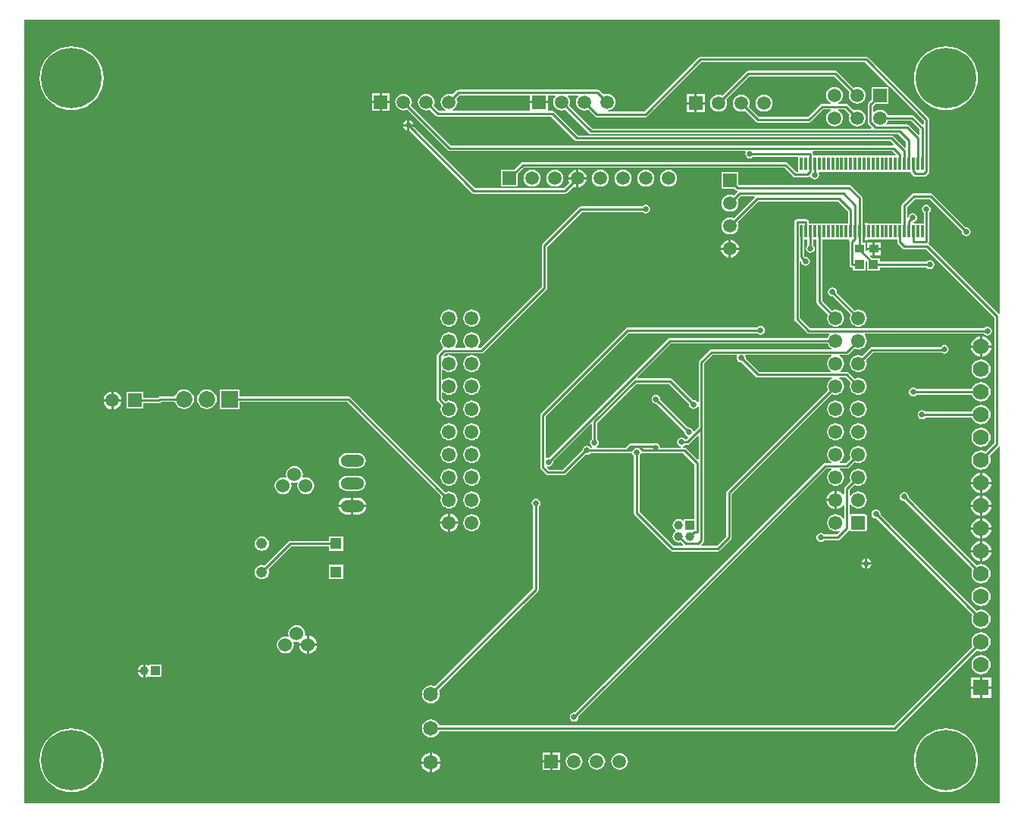
<source format=gbl>
G04*
G04 #@! TF.GenerationSoftware,Altium Limited,Altium Designer,19.1.5 (86)*
G04*
G04 Layer_Physical_Order=2*
G04 Layer_Color=16711680*
%FSLAX25Y25*%
%MOIN*%
G70*
G01*
G75*
%ADD10C,0.01000*%
%ADD20R,0.04134X0.03937*%
%ADD22R,0.03937X0.03740*%
%ADD55C,0.05906*%
%ADD56R,0.05906X0.05906*%
%ADD57R,0.05906X0.05906*%
%ADD58R,0.03937X0.03937*%
%ADD59C,0.03937*%
%ADD60C,0.07000*%
%ADD61R,0.07000X0.07000*%
%ADD62C,0.06500*%
%ADD63C,0.06008*%
%ADD64C,0.06102*%
%ADD65C,0.07284*%
%ADD66R,0.07284X0.07284*%
%ADD67R,0.04874X0.04874*%
%ADD68C,0.04874*%
%ADD69O,0.10400X0.05200*%
G04:AMPARAMS|DCode=70|XSize=61.02mil|YSize=61.02mil|CornerRadius=1.83mil|HoleSize=0mil|Usage=FLASHONLY|Rotation=90.000|XOffset=0mil|YOffset=0mil|HoleType=Round|Shape=RoundedRectangle|*
%AMROUNDEDRECTD70*
21,1,0.06102,0.05736,0,0,90.0*
21,1,0.05736,0.06102,0,0,90.0*
1,1,0.00366,0.02868,0.02868*
1,1,0.00366,0.02868,-0.02868*
1,1,0.00366,-0.02868,-0.02868*
1,1,0.00366,-0.02868,0.02868*
%
%ADD70ROUNDEDRECTD70*%
%ADD71C,0.02500*%
%ADD72C,0.26600*%
%ADD73R,0.01181X0.05807*%
G36*
X686767Y426452D02*
X686653Y426371D01*
X686267Y426264D01*
X655665Y456865D01*
X655556Y456938D01*
X655316Y457265D01*
X655428Y457579D01*
X655530Y457732D01*
X655623Y458200D01*
Y470872D01*
X655806Y470994D01*
X656237Y471639D01*
X656388Y472400D01*
X656237Y473161D01*
X655806Y473806D01*
X655161Y474237D01*
X654400Y474388D01*
X653639Y474237D01*
X652994Y473806D01*
X652563Y473161D01*
X652412Y472400D01*
X652563Y471639D01*
X652994Y470994D01*
X653176Y470872D01*
Y466190D01*
X648853D01*
X648588Y466690D01*
X648633Y466758D01*
X649161Y466863D01*
X649806Y467294D01*
X650237Y467939D01*
X650388Y468700D01*
X650237Y469461D01*
X649806Y470106D01*
X649161Y470537D01*
X648400Y470688D01*
X647639Y470537D01*
X646994Y470106D01*
X646563Y469461D01*
X646423Y468759D01*
X645924Y468808D01*
Y473396D01*
X649404Y476876D01*
X655793D01*
X670055Y462615D01*
X670012Y462400D01*
X670163Y461639D01*
X670594Y460994D01*
X671239Y460563D01*
X672000Y460412D01*
X672761Y460563D01*
X673406Y460994D01*
X673837Y461639D01*
X673988Y462400D01*
X673837Y463161D01*
X673406Y463806D01*
X672761Y464237D01*
X672000Y464388D01*
X671785Y464345D01*
X657165Y478965D01*
X656768Y479230D01*
X656300Y479323D01*
X648897D01*
X648429Y479230D01*
X648032Y478965D01*
X643835Y474768D01*
X643570Y474371D01*
X643476Y473903D01*
Y466190D01*
X628575D01*
Y466490D01*
X627484D01*
Y462587D01*
Y458683D01*
X628575D01*
Y458983D01*
X641509D01*
Y458000D01*
X641602Y457532D01*
X641867Y457135D01*
X643867Y455135D01*
X644264Y454870D01*
X644732Y454776D01*
X654293D01*
X684276Y424793D01*
Y369507D01*
X680491Y365721D01*
X679596Y366092D01*
X678500Y366236D01*
X677404Y366092D01*
X676382Y365669D01*
X675504Y364996D01*
X674831Y364118D01*
X674408Y363096D01*
X674264Y362000D01*
X674408Y360904D01*
X674831Y359882D01*
X675504Y359004D01*
X676382Y358331D01*
X677404Y357908D01*
X678500Y357764D01*
X679596Y357908D01*
X680618Y358331D01*
X681496Y359004D01*
X682169Y359882D01*
X682592Y360904D01*
X682736Y362000D01*
X682592Y363096D01*
X682221Y363991D01*
X686267Y368036D01*
X686653Y367929D01*
X686767Y367848D01*
Y211000D01*
X258000D01*
X257733Y211267D01*
Y555767D01*
X686767D01*
Y426452D01*
D02*
G37*
%LPC*%
G36*
X418453Y523453D02*
X415000D01*
Y520000D01*
X418453D01*
Y523453D01*
D02*
G37*
G36*
X414000D02*
X410547D01*
Y520000D01*
X414000D01*
Y523453D01*
D02*
G37*
G36*
X663000Y544043D02*
X660803Y543870D01*
X658660Y543356D01*
X656625Y542513D01*
X654746Y541361D01*
X653070Y539930D01*
X651639Y538254D01*
X650487Y536376D01*
X649644Y534340D01*
X649130Y532197D01*
X648957Y530000D01*
X649130Y527803D01*
X649644Y525660D01*
X650487Y523625D01*
X651639Y521746D01*
X653070Y520070D01*
X654746Y518639D01*
X656625Y517487D01*
X658660Y516644D01*
X660803Y516130D01*
X663000Y515957D01*
X665197Y516130D01*
X667340Y516644D01*
X669376Y517487D01*
X671254Y518639D01*
X672930Y520070D01*
X674361Y521746D01*
X675513Y523625D01*
X676356Y525660D01*
X676870Y527803D01*
X677043Y530000D01*
X676870Y532197D01*
X676356Y534340D01*
X675513Y536376D01*
X674361Y538254D01*
X672930Y539930D01*
X671254Y541361D01*
X669376Y542513D01*
X667340Y543356D01*
X665197Y543870D01*
X663000Y544043D01*
D02*
G37*
G36*
X278500D02*
X276303Y543870D01*
X274160Y543356D01*
X272125Y542513D01*
X270246Y541361D01*
X268570Y539930D01*
X267139Y538254D01*
X265987Y536376D01*
X265144Y534340D01*
X264630Y532197D01*
X264457Y530000D01*
X264630Y527803D01*
X265144Y525660D01*
X265987Y523625D01*
X267139Y521746D01*
X268570Y520070D01*
X270246Y518639D01*
X272125Y517487D01*
X274160Y516644D01*
X276303Y516130D01*
X278500Y515957D01*
X280697Y516130D01*
X282840Y516644D01*
X284875Y517487D01*
X286754Y518639D01*
X288430Y520070D01*
X289861Y521746D01*
X291013Y523625D01*
X291856Y525660D01*
X292370Y527803D01*
X292543Y530000D01*
X292370Y532197D01*
X291856Y534340D01*
X291013Y536376D01*
X289861Y538254D01*
X288430Y539930D01*
X286754Y541361D01*
X284875Y542513D01*
X282840Y543356D01*
X280697Y543870D01*
X278500Y544043D01*
D02*
G37*
G36*
X418453Y519000D02*
X415000D01*
Y515547D01*
X418453D01*
Y519000D01*
D02*
G37*
G36*
X414000D02*
X410547D01*
Y515547D01*
X414000D01*
Y519000D01*
D02*
G37*
G36*
X627900Y539524D02*
X555100D01*
X554632Y539430D01*
X554235Y539165D01*
X530393Y515323D01*
X514409D01*
X514370Y515360D01*
X514389Y515593D01*
X514536Y515886D01*
X514954Y515941D01*
X515842Y516309D01*
X516605Y516895D01*
X517191Y517658D01*
X517559Y518546D01*
X517684Y519500D01*
X517559Y520454D01*
X517191Y521342D01*
X516605Y522105D01*
X515842Y522691D01*
X514954Y523059D01*
X514000Y523184D01*
X513046Y523059D01*
X512428Y522802D01*
X510665Y524565D01*
X510268Y524830D01*
X509800Y524924D01*
X448700D01*
X448232Y524830D01*
X447835Y524565D01*
X446072Y522802D01*
X445454Y523059D01*
X444500Y523184D01*
X443546Y523059D01*
X442658Y522691D01*
X441895Y522105D01*
X441309Y521342D01*
X440941Y520454D01*
X440816Y519500D01*
X440941Y518546D01*
X441309Y517658D01*
X441895Y516895D01*
X442658Y516309D01*
X443107Y516123D01*
X443007Y515624D01*
X440107D01*
X437803Y517928D01*
X438059Y518546D01*
X438184Y519500D01*
X438059Y520454D01*
X437691Y521342D01*
X437105Y522105D01*
X436342Y522691D01*
X435454Y523059D01*
X434500Y523184D01*
X433546Y523059D01*
X432658Y522691D01*
X431895Y522105D01*
X431309Y521342D01*
X430941Y520454D01*
X430816Y519500D01*
X430941Y518546D01*
X431309Y517658D01*
X431895Y516895D01*
X432658Y516309D01*
X433546Y515941D01*
X434500Y515816D01*
X435454Y515941D01*
X436072Y516197D01*
X438735Y513535D01*
X439132Y513270D01*
X439600Y513176D01*
X489393D01*
X499835Y502735D01*
X500232Y502470D01*
X500700Y502377D01*
X638493D01*
X639956Y500914D01*
X639739Y500423D01*
X445307D01*
X427803Y517928D01*
X428059Y518546D01*
X428184Y519500D01*
X428059Y520454D01*
X427691Y521342D01*
X427105Y522105D01*
X426342Y522691D01*
X425454Y523059D01*
X424500Y523184D01*
X423546Y523059D01*
X422658Y522691D01*
X421895Y522105D01*
X421309Y521342D01*
X420941Y520454D01*
X420816Y519500D01*
X420941Y518546D01*
X421309Y517658D01*
X421895Y516895D01*
X422658Y516309D01*
X423546Y515941D01*
X424500Y515816D01*
X425454Y515941D01*
X426072Y516197D01*
X443935Y498335D01*
X444332Y498070D01*
X444800Y497976D01*
X574677D01*
X574913Y497536D01*
X574863Y497461D01*
X574712Y496700D01*
X574863Y495939D01*
X575294Y495294D01*
X575939Y494863D01*
X576700Y494712D01*
X577461Y494863D01*
X578106Y495294D01*
X578228Y495476D01*
X598135D01*
Y488810D01*
X597645Y488786D01*
X597145D01*
X593212Y492718D01*
X592815Y492983D01*
X592347Y493076D01*
X476853D01*
X476385Y492983D01*
X475988Y492718D01*
X472923Y489653D01*
X467347D01*
Y482347D01*
X474653D01*
Y487922D01*
X477360Y490629D01*
X591840D01*
X595773Y486697D01*
X596170Y486432D01*
X596638Y486339D01*
X602000D01*
X602468Y486432D01*
X602865Y486697D01*
X602960Y486792D01*
X603448Y486700D01*
X603502Y486627D01*
X603925Y485994D01*
X604570Y485563D01*
X605331Y485412D01*
X606091Y485563D01*
X606737Y485994D01*
X607167Y486639D01*
X607319Y487400D01*
X607167Y488161D01*
X607068Y488310D01*
X607335Y488810D01*
X647452D01*
X647507Y488532D01*
X647773Y488135D01*
X648773Y487135D01*
X649170Y486870D01*
X649638Y486776D01*
X653400D01*
X653868Y486870D01*
X654265Y487135D01*
X655265Y488135D01*
X655530Y488532D01*
X655623Y489000D01*
Y511800D01*
X655530Y512268D01*
X655265Y512665D01*
X628765Y539165D01*
X628368Y539430D01*
X627900Y539524D01*
D02*
G37*
G36*
X427100Y511495D02*
Y509800D01*
X428795D01*
X428719Y510178D01*
X428222Y510922D01*
X427478Y511419D01*
X427100Y511495D01*
D02*
G37*
G36*
X426100D02*
X425722Y511419D01*
X424978Y510922D01*
X424481Y510178D01*
X424405Y509800D01*
X426100D01*
Y511495D01*
D02*
G37*
G36*
Y508800D02*
X424405D01*
X424481Y508422D01*
X424978Y507678D01*
X425722Y507181D01*
X426100Y507105D01*
Y508800D01*
D02*
G37*
G36*
X501500Y489921D02*
Y486500D01*
X504921D01*
X504851Y487032D01*
X504453Y487993D01*
X503819Y488819D01*
X502993Y489453D01*
X502032Y489851D01*
X501500Y489921D01*
D02*
G37*
G36*
X500500D02*
X499968Y489851D01*
X499007Y489453D01*
X498181Y488819D01*
X497547Y487993D01*
X497149Y487032D01*
X497079Y486500D01*
X500500D01*
Y489921D01*
D02*
G37*
G36*
X541000Y489684D02*
X540046Y489559D01*
X539158Y489191D01*
X538395Y488605D01*
X537809Y487842D01*
X537441Y486954D01*
X537316Y486000D01*
X537441Y485046D01*
X537809Y484158D01*
X538395Y483395D01*
X539158Y482809D01*
X540046Y482441D01*
X541000Y482316D01*
X541954Y482441D01*
X542842Y482809D01*
X543605Y483395D01*
X544191Y484158D01*
X544559Y485046D01*
X544684Y486000D01*
X544559Y486954D01*
X544191Y487842D01*
X543605Y488605D01*
X542842Y489191D01*
X541954Y489559D01*
X541000Y489684D01*
D02*
G37*
G36*
X531000D02*
X530046Y489559D01*
X529158Y489191D01*
X528395Y488605D01*
X527809Y487842D01*
X527441Y486954D01*
X527316Y486000D01*
X527441Y485046D01*
X527809Y484158D01*
X528395Y483395D01*
X529158Y482809D01*
X530046Y482441D01*
X531000Y482316D01*
X531954Y482441D01*
X532842Y482809D01*
X533605Y483395D01*
X534191Y484158D01*
X534559Y485046D01*
X534684Y486000D01*
X534559Y486954D01*
X534191Y487842D01*
X533605Y488605D01*
X532842Y489191D01*
X531954Y489559D01*
X531000Y489684D01*
D02*
G37*
G36*
X521000D02*
X520046Y489559D01*
X519158Y489191D01*
X518395Y488605D01*
X517809Y487842D01*
X517441Y486954D01*
X517316Y486000D01*
X517441Y485046D01*
X517809Y484158D01*
X518395Y483395D01*
X519158Y482809D01*
X520046Y482441D01*
X521000Y482316D01*
X521954Y482441D01*
X522842Y482809D01*
X523605Y483395D01*
X524191Y484158D01*
X524559Y485046D01*
X524684Y486000D01*
X524559Y486954D01*
X524191Y487842D01*
X523605Y488605D01*
X522842Y489191D01*
X521954Y489559D01*
X521000Y489684D01*
D02*
G37*
G36*
X511000D02*
X510046Y489559D01*
X509158Y489191D01*
X508395Y488605D01*
X507809Y487842D01*
X507441Y486954D01*
X507316Y486000D01*
X507441Y485046D01*
X507809Y484158D01*
X508395Y483395D01*
X509158Y482809D01*
X510046Y482441D01*
X511000Y482316D01*
X511954Y482441D01*
X512842Y482809D01*
X513605Y483395D01*
X514191Y484158D01*
X514559Y485046D01*
X514684Y486000D01*
X514559Y486954D01*
X514191Y487842D01*
X513605Y488605D01*
X512842Y489191D01*
X511954Y489559D01*
X511000Y489684D01*
D02*
G37*
G36*
X491000D02*
X490046Y489559D01*
X489158Y489191D01*
X488395Y488605D01*
X487809Y487842D01*
X487441Y486954D01*
X487316Y486000D01*
X487441Y485046D01*
X487809Y484158D01*
X488395Y483395D01*
X489158Y482809D01*
X490046Y482441D01*
X491000Y482316D01*
X491954Y482441D01*
X492842Y482809D01*
X493605Y483395D01*
X494191Y484158D01*
X494559Y485046D01*
X494684Y486000D01*
X494559Y486954D01*
X494191Y487842D01*
X493605Y488605D01*
X492842Y489191D01*
X491954Y489559D01*
X491000Y489684D01*
D02*
G37*
G36*
X481000D02*
X480046Y489559D01*
X479158Y489191D01*
X478395Y488605D01*
X477809Y487842D01*
X477441Y486954D01*
X477316Y486000D01*
X477441Y485046D01*
X477809Y484158D01*
X478395Y483395D01*
X479158Y482809D01*
X480046Y482441D01*
X481000Y482316D01*
X481954Y482441D01*
X482842Y482809D01*
X483605Y483395D01*
X484191Y484158D01*
X484559Y485046D01*
X484684Y486000D01*
X484559Y486954D01*
X484191Y487842D01*
X483605Y488605D01*
X482842Y489191D01*
X481954Y489559D01*
X481000Y489684D01*
D02*
G37*
G36*
X504921Y485500D02*
X501500D01*
Y482079D01*
X502032Y482149D01*
X502993Y482547D01*
X503819Y483181D01*
X504453Y484007D01*
X504851Y484968D01*
X504921Y485500D01*
D02*
G37*
G36*
X428830Y508800D02*
X427100D01*
Y507070D01*
X454635Y479535D01*
X455032Y479270D01*
X455500Y479177D01*
X495400D01*
X495868Y479270D01*
X496265Y479535D01*
X499198Y482468D01*
X499968Y482149D01*
X500500Y482079D01*
Y485500D01*
X497079D01*
X497149Y484968D01*
X497468Y484198D01*
X494893Y481624D01*
X456007D01*
X428830Y508800D01*
D02*
G37*
G36*
X571653Y488653D02*
X564347D01*
Y481347D01*
X569922D01*
X570335Y480935D01*
X570732Y480670D01*
X571162Y480584D01*
X571255Y480442D01*
X571346Y480077D01*
X569572Y478302D01*
X568954Y478559D01*
X568000Y478684D01*
X567046Y478559D01*
X566158Y478191D01*
X565395Y477605D01*
X564809Y476842D01*
X564441Y475954D01*
X564316Y475000D01*
X564441Y474046D01*
X564809Y473158D01*
X565395Y472395D01*
X566158Y471809D01*
X567046Y471441D01*
X568000Y471316D01*
X568954Y471441D01*
X569842Y471809D01*
X570605Y472395D01*
X571191Y473158D01*
X571559Y474046D01*
X571684Y475000D01*
X571559Y475954D01*
X571303Y476572D01*
X572807Y478077D01*
X578639D01*
X578846Y477576D01*
X569572Y468302D01*
X568954Y468559D01*
X568000Y468684D01*
X567046Y468559D01*
X566158Y468191D01*
X565395Y467605D01*
X564809Y466842D01*
X564441Y465954D01*
X564316Y465000D01*
X564441Y464046D01*
X564809Y463158D01*
X565395Y462395D01*
X566158Y461809D01*
X567046Y461441D01*
X568000Y461316D01*
X568954Y461441D01*
X569842Y461809D01*
X570605Y462395D01*
X571191Y463158D01*
X571559Y464046D01*
X571684Y465000D01*
X571559Y465954D01*
X571303Y466572D01*
X580507Y475776D01*
X615572D01*
X619855Y471493D01*
Y466190D01*
X602617D01*
Y466700D01*
X602524Y467168D01*
X602259Y467565D01*
X601862Y467830D01*
X601394Y467923D01*
X597600D01*
X597132Y467830D01*
X596735Y467565D01*
X596470Y467168D01*
X596377Y466700D01*
Y424000D01*
X596470Y423532D01*
X596735Y423135D01*
X601935Y417935D01*
X602332Y417670D01*
X602800Y417577D01*
X611595D01*
X611749Y417076D01*
X611223Y416392D01*
X610947Y415724D01*
X541600D01*
X541132Y415630D01*
X540735Y415365D01*
X488465Y363095D01*
X488250Y363138D01*
X487524Y362994D01*
X487413Y362998D01*
X487023Y363206D01*
Y381293D01*
X523607Y417876D01*
X579972D01*
X580094Y417694D01*
X580739Y417263D01*
X581500Y417112D01*
X582261Y417263D01*
X582906Y417694D01*
X583337Y418339D01*
X583488Y419100D01*
X583337Y419861D01*
X582906Y420506D01*
X582261Y420937D01*
X581500Y421088D01*
X580739Y420937D01*
X580094Y420506D01*
X579972Y420324D01*
X523100D01*
X522632Y420230D01*
X522235Y419965D01*
X484935Y382665D01*
X484670Y382268D01*
X484577Y381800D01*
Y358800D01*
X484670Y358332D01*
X484935Y357935D01*
X487135Y355735D01*
X487532Y355470D01*
X488000Y355377D01*
X494900D01*
X495368Y355470D01*
X495765Y355735D01*
X504468Y364438D01*
X505100Y364312D01*
X505861Y364463D01*
X506506Y364894D01*
X506628Y365076D01*
X524335D01*
X524803Y365170D01*
X525102Y365046D01*
X525163Y364739D01*
X525594Y364094D01*
X525776Y363972D01*
Y338800D01*
X525870Y338332D01*
X526135Y337935D01*
X541835Y322235D01*
X542232Y321970D01*
X542700Y321877D01*
X562700D01*
X563168Y321970D01*
X563565Y322235D01*
X568465Y327135D01*
X568730Y327532D01*
X568823Y328000D01*
Y347093D01*
X612852Y391122D01*
X613521Y390845D01*
X614500Y390716D01*
X615479Y390845D01*
X616392Y391223D01*
X617175Y391825D01*
X617777Y392608D01*
X618155Y393521D01*
X618284Y394500D01*
X618155Y395479D01*
X617777Y396392D01*
X617175Y397175D01*
X616392Y397777D01*
X616151Y397877D01*
X616250Y398376D01*
X618893D01*
X621122Y396147D01*
X620845Y395479D01*
X620716Y394500D01*
X620845Y393521D01*
X621223Y392608D01*
X621825Y391825D01*
X622608Y391223D01*
X623521Y390845D01*
X624500Y390716D01*
X625479Y390845D01*
X626392Y391223D01*
X627175Y391825D01*
X627777Y392608D01*
X628155Y393521D01*
X628284Y394500D01*
X628155Y395479D01*
X627777Y396392D01*
X627175Y397175D01*
X626392Y397777D01*
X625479Y398155D01*
X624500Y398284D01*
X623521Y398155D01*
X622853Y397878D01*
X620265Y400465D01*
X619868Y400730D01*
X619400Y400823D01*
X616684D01*
X616522Y401324D01*
X617175Y401825D01*
X617777Y402608D01*
X618155Y403521D01*
X618284Y404500D01*
X618155Y405479D01*
X617777Y406392D01*
X617175Y407175D01*
X616392Y407777D01*
X616492Y408277D01*
X619500D01*
X619968Y408370D01*
X620365Y408635D01*
X622853Y411122D01*
X623521Y410845D01*
X624500Y410716D01*
X625479Y410845D01*
X626392Y411223D01*
X627175Y411825D01*
X627777Y412608D01*
X628155Y413521D01*
X628284Y414500D01*
X628155Y415479D01*
X627777Y416392D01*
X627251Y417076D01*
X627404Y417577D01*
X679672D01*
X679794Y417394D01*
X680439Y416963D01*
X681200Y416812D01*
X681961Y416963D01*
X682606Y417394D01*
X683037Y418039D01*
X683188Y418800D01*
X683037Y419561D01*
X682606Y420206D01*
X681961Y420637D01*
X681200Y420788D01*
X680439Y420637D01*
X679794Y420206D01*
X679672Y420023D01*
X603307D01*
X598823Y424507D01*
Y449292D01*
X599324Y449341D01*
X599463Y448639D01*
X599894Y447994D01*
X600539Y447563D01*
X601300Y447412D01*
X602061Y447563D01*
X602706Y447994D01*
X603137Y448639D01*
X603288Y449400D01*
X603137Y450161D01*
X602706Y450806D01*
X602061Y451237D01*
X601300Y451388D01*
X601085Y451345D01*
X600649Y451782D01*
Y458983D01*
X602139D01*
Y456602D01*
X601994Y456506D01*
X601563Y455861D01*
X601412Y455100D01*
X601563Y454339D01*
X601994Y453694D01*
X602639Y453263D01*
X603400Y453112D01*
X604161Y453263D01*
X604806Y453694D01*
X605237Y454339D01*
X605388Y455100D01*
X605237Y455861D01*
X604806Y456506D01*
X604586Y456653D01*
Y458983D01*
X606076D01*
Y431701D01*
X606169Y431233D01*
X606434Y430836D01*
X611122Y426148D01*
X610845Y425479D01*
X610716Y424500D01*
X610845Y423521D01*
X611223Y422608D01*
X611825Y421825D01*
X612608Y421223D01*
X613521Y420845D01*
X614500Y420716D01*
X615479Y420845D01*
X616392Y421223D01*
X617175Y421825D01*
X617777Y422608D01*
X618155Y423521D01*
X618284Y424500D01*
X618155Y425479D01*
X617777Y426392D01*
X617175Y427175D01*
X616392Y427777D01*
X615479Y428155D01*
X614500Y428284D01*
X613521Y428155D01*
X612852Y427878D01*
X608523Y432208D01*
Y458983D01*
X620345D01*
X620484Y458806D01*
X620653Y458483D01*
X620576Y458100D01*
Y448000D01*
X620670Y447532D01*
X620935Y447135D01*
X621332Y446870D01*
X621800Y446776D01*
X622084D01*
Y445331D01*
X627617D01*
Y449430D01*
X628083Y449633D01*
X628383Y449390D01*
Y445331D01*
X633917D01*
Y446776D01*
X654323D01*
X654445Y446594D01*
X655090Y446163D01*
X655850Y446012D01*
X656611Y446163D01*
X657256Y446594D01*
X657687Y447239D01*
X657839Y448000D01*
X657687Y448761D01*
X657256Y449406D01*
X656611Y449837D01*
X655850Y449988D01*
X655090Y449837D01*
X654445Y449406D01*
X654323Y449224D01*
X633917D01*
Y450668D01*
X630611D01*
X629612Y451668D01*
X629803Y452130D01*
X630799D01*
Y454500D01*
X628331D01*
Y453994D01*
X627831Y453743D01*
X627669Y453864D01*
Y457570D01*
X626224D01*
Y458636D01*
X626233Y458683D01*
X626484D01*
Y462587D01*
Y466490D01*
X626239D01*
Y477284D01*
X626146Y477752D01*
X625881Y478149D01*
X621365Y482665D01*
X620968Y482930D01*
X620500Y483024D01*
X571707D01*
X571653Y483077D01*
Y488653D01*
D02*
G37*
G36*
X531000Y474388D02*
X530239Y474237D01*
X529594Y473806D01*
X529472Y473624D01*
X502500D01*
X502032Y473530D01*
X501635Y473265D01*
X485535Y457165D01*
X485270Y456768D01*
X485177Y456300D01*
Y438307D01*
X458293Y411423D01*
X457405D01*
X457251Y411924D01*
X457777Y412608D01*
X458155Y413521D01*
X458284Y414500D01*
X458155Y415479D01*
X457777Y416392D01*
X457175Y417175D01*
X456392Y417777D01*
X455479Y418155D01*
X454500Y418284D01*
X453521Y418155D01*
X452608Y417777D01*
X451825Y417175D01*
X451223Y416392D01*
X450845Y415479D01*
X450716Y414500D01*
X450845Y413521D01*
X451223Y412608D01*
X451749Y411924D01*
X451595Y411423D01*
X447404D01*
X447251Y411924D01*
X447777Y412608D01*
X448155Y413521D01*
X448284Y414500D01*
X448155Y415479D01*
X447777Y416392D01*
X447175Y417175D01*
X446392Y417777D01*
X445479Y418155D01*
X444500Y418284D01*
X443521Y418155D01*
X442608Y417777D01*
X441825Y417175D01*
X441223Y416392D01*
X440845Y415479D01*
X440716Y414500D01*
X440845Y413521D01*
X441223Y412608D01*
X441825Y411825D01*
X441871Y411789D01*
X441780Y411229D01*
X441535Y411065D01*
X439335Y408865D01*
X439070Y408468D01*
X438976Y408000D01*
Y388800D01*
X439070Y388332D01*
X439335Y387935D01*
X441122Y386147D01*
X440845Y385479D01*
X440716Y384500D01*
X440845Y383521D01*
X441223Y382608D01*
X441825Y381825D01*
X442608Y381223D01*
X443521Y380845D01*
X444500Y380716D01*
X445479Y380845D01*
X446392Y381223D01*
X447175Y381825D01*
X447777Y382608D01*
X448155Y383521D01*
X448284Y384500D01*
X448155Y385479D01*
X447777Y386392D01*
X447175Y387175D01*
X446392Y387777D01*
X445479Y388155D01*
X444500Y388284D01*
X443521Y388155D01*
X442852Y387878D01*
X441424Y389307D01*
Y391596D01*
X441924Y391749D01*
X442608Y391223D01*
X443521Y390845D01*
X444500Y390716D01*
X445479Y390845D01*
X446392Y391223D01*
X447175Y391825D01*
X447777Y392608D01*
X448155Y393521D01*
X448284Y394500D01*
X448155Y395479D01*
X447777Y396392D01*
X447175Y397175D01*
X446392Y397777D01*
X445479Y398155D01*
X444500Y398284D01*
X443521Y398155D01*
X442608Y397777D01*
X441924Y397251D01*
X441424Y397405D01*
Y401595D01*
X441924Y401749D01*
X442608Y401223D01*
X443521Y400845D01*
X444500Y400716D01*
X445479Y400845D01*
X446392Y401223D01*
X447175Y401825D01*
X447777Y402608D01*
X448155Y403521D01*
X448284Y404500D01*
X448155Y405479D01*
X447777Y406392D01*
X447175Y407175D01*
X446392Y407777D01*
X445479Y408155D01*
X444500Y408284D01*
X443521Y408155D01*
X442608Y407777D01*
X442336Y407567D01*
X441771Y407764D01*
X441756Y407826D01*
X442907Y408977D01*
X458800D01*
X459268Y409070D01*
X459665Y409335D01*
X487265Y436935D01*
X487530Y437332D01*
X487624Y437800D01*
Y455793D01*
X503007Y471176D01*
X529472D01*
X529594Y470994D01*
X530239Y470563D01*
X531000Y470412D01*
X531761Y470563D01*
X532406Y470994D01*
X532837Y471639D01*
X532988Y472400D01*
X532837Y473161D01*
X532406Y473806D01*
X531761Y474237D01*
X531000Y474388D01*
D02*
G37*
G36*
X634268Y457870D02*
X631799D01*
Y455500D01*
X634268D01*
Y457870D01*
D02*
G37*
G36*
X568500Y458921D02*
Y455500D01*
X571921D01*
X571851Y456032D01*
X571453Y456993D01*
X570819Y457819D01*
X569993Y458453D01*
X569032Y458851D01*
X568500Y458921D01*
D02*
G37*
G36*
X630799Y457870D02*
X628331D01*
Y455500D01*
X630799D01*
Y457870D01*
D02*
G37*
G36*
X567500Y458921D02*
X566968Y458851D01*
X566007Y458453D01*
X565181Y457819D01*
X564547Y456993D01*
X564149Y456032D01*
X564079Y455500D01*
X567500D01*
Y458921D01*
D02*
G37*
G36*
X634268Y454500D02*
X631799D01*
Y452130D01*
X634268D01*
Y454500D01*
D02*
G37*
G36*
X571921D02*
X568500D01*
Y451079D01*
X569032Y451149D01*
X569993Y451547D01*
X570819Y452181D01*
X571453Y453007D01*
X571851Y453968D01*
X571921Y454500D01*
D02*
G37*
G36*
X567500D02*
X564079D01*
X564149Y453968D01*
X564547Y453007D01*
X565181Y452181D01*
X566007Y451547D01*
X566968Y451149D01*
X567500Y451079D01*
Y454500D01*
D02*
G37*
G36*
X613100Y437888D02*
X612339Y437737D01*
X611694Y437306D01*
X611263Y436661D01*
X611112Y435900D01*
X611263Y435139D01*
X611694Y434494D01*
X612339Y434063D01*
X613100Y433912D01*
X613315Y433955D01*
X621122Y426148D01*
X620845Y425479D01*
X620716Y424500D01*
X620845Y423521D01*
X621223Y422608D01*
X621825Y421825D01*
X622608Y421223D01*
X623521Y420845D01*
X624500Y420716D01*
X625479Y420845D01*
X626392Y421223D01*
X627175Y421825D01*
X627777Y422608D01*
X628155Y423521D01*
X628284Y424500D01*
X628155Y425479D01*
X627777Y426392D01*
X627175Y427175D01*
X626392Y427777D01*
X625479Y428155D01*
X624500Y428284D01*
X623521Y428155D01*
X622853Y427878D01*
X615045Y435685D01*
X615088Y435900D01*
X614937Y436661D01*
X614506Y437306D01*
X613861Y437737D01*
X613100Y437888D01*
D02*
G37*
G36*
X454500Y428284D02*
X453521Y428155D01*
X452608Y427777D01*
X451825Y427175D01*
X451223Y426392D01*
X450845Y425479D01*
X450716Y424500D01*
X450845Y423521D01*
X451223Y422608D01*
X451825Y421825D01*
X452608Y421223D01*
X453521Y420845D01*
X454500Y420716D01*
X455479Y420845D01*
X456392Y421223D01*
X457175Y421825D01*
X457777Y422608D01*
X458155Y423521D01*
X458284Y424500D01*
X458155Y425479D01*
X457777Y426392D01*
X457175Y427175D01*
X456392Y427777D01*
X455479Y428155D01*
X454500Y428284D01*
D02*
G37*
G36*
X444500D02*
X443521Y428155D01*
X442608Y427777D01*
X441825Y427175D01*
X441223Y426392D01*
X440845Y425479D01*
X440716Y424500D01*
X440845Y423521D01*
X441223Y422608D01*
X441825Y421825D01*
X442608Y421223D01*
X443521Y420845D01*
X444500Y420716D01*
X445479Y420845D01*
X446392Y421223D01*
X447175Y421825D01*
X447777Y422608D01*
X448155Y423521D01*
X448284Y424500D01*
X448155Y425479D01*
X447777Y426392D01*
X447175Y427175D01*
X446392Y427777D01*
X445479Y428155D01*
X444500Y428284D01*
D02*
G37*
G36*
X679000Y416473D02*
Y412500D01*
X682973D01*
X682884Y413175D01*
X682431Y414269D01*
X681709Y415209D01*
X680769Y415931D01*
X679675Y416384D01*
X679000Y416473D01*
D02*
G37*
G36*
X678000D02*
X677325Y416384D01*
X676231Y415931D01*
X675291Y415209D01*
X674569Y414269D01*
X674116Y413175D01*
X674027Y412500D01*
X678000D01*
Y416473D01*
D02*
G37*
G36*
X662300Y412788D02*
X661539Y412637D01*
X660894Y412206D01*
X660572Y411724D01*
X630500D01*
X630032Y411630D01*
X629635Y411365D01*
X626148Y407878D01*
X625479Y408155D01*
X624500Y408284D01*
X623521Y408155D01*
X622608Y407777D01*
X621825Y407175D01*
X621223Y406392D01*
X620845Y405479D01*
X620716Y404500D01*
X620845Y403521D01*
X621223Y402608D01*
X621825Y401825D01*
X622608Y401223D01*
X623521Y400845D01*
X624500Y400716D01*
X625479Y400845D01*
X626392Y401223D01*
X627175Y401825D01*
X627777Y402608D01*
X628155Y403521D01*
X628284Y404500D01*
X628155Y405479D01*
X627878Y406147D01*
X631007Y409276D01*
X661070D01*
X661539Y408963D01*
X662300Y408812D01*
X663061Y408963D01*
X663706Y409394D01*
X664137Y410039D01*
X664288Y410800D01*
X664137Y411561D01*
X663706Y412206D01*
X663061Y412637D01*
X662300Y412788D01*
D02*
G37*
G36*
X682973Y411500D02*
X679000D01*
Y407527D01*
X679675Y407616D01*
X680769Y408069D01*
X681709Y408791D01*
X682431Y409731D01*
X682884Y410825D01*
X682973Y411500D01*
D02*
G37*
G36*
X678000D02*
X674027D01*
X674116Y410825D01*
X674569Y409731D01*
X675291Y408791D01*
X676231Y408069D01*
X677325Y407616D01*
X678000Y407527D01*
Y411500D01*
D02*
G37*
G36*
X454500Y408284D02*
X453521Y408155D01*
X452608Y407777D01*
X451825Y407175D01*
X451223Y406392D01*
X450845Y405479D01*
X450716Y404500D01*
X450845Y403521D01*
X451223Y402608D01*
X451825Y401825D01*
X452608Y401223D01*
X453521Y400845D01*
X454500Y400716D01*
X455479Y400845D01*
X456392Y401223D01*
X457175Y401825D01*
X457777Y402608D01*
X458155Y403521D01*
X458284Y404500D01*
X458155Y405479D01*
X457777Y406392D01*
X457175Y407175D01*
X456392Y407777D01*
X455479Y408155D01*
X454500Y408284D01*
D02*
G37*
G36*
X678500Y406236D02*
X677404Y406092D01*
X676382Y405669D01*
X675504Y404995D01*
X674831Y404118D01*
X674408Y403096D01*
X674264Y402000D01*
X674408Y400904D01*
X674831Y399882D01*
X675504Y399005D01*
X676382Y398331D01*
X677404Y397908D01*
X678500Y397764D01*
X679596Y397908D01*
X680618Y398331D01*
X681496Y399005D01*
X682169Y399882D01*
X682592Y400904D01*
X682736Y402000D01*
X682592Y403096D01*
X682169Y404118D01*
X681496Y404995D01*
X680618Y405669D01*
X679596Y406092D01*
X678500Y406236D01*
D02*
G37*
G36*
Y396236D02*
X677404Y396092D01*
X676382Y395669D01*
X675504Y394995D01*
X674831Y394118D01*
X674461Y393224D01*
X650128D01*
X650006Y393406D01*
X649361Y393837D01*
X648600Y393988D01*
X647839Y393837D01*
X647194Y393406D01*
X646763Y392761D01*
X646612Y392000D01*
X646763Y391239D01*
X647194Y390594D01*
X647839Y390163D01*
X648600Y390012D01*
X649361Y390163D01*
X650006Y390594D01*
X650128Y390776D01*
X674461D01*
X674831Y389882D01*
X675504Y389004D01*
X676382Y388331D01*
X677404Y387908D01*
X678500Y387764D01*
X679596Y387908D01*
X680618Y388331D01*
X681496Y389004D01*
X682169Y389882D01*
X682592Y390904D01*
X682736Y392000D01*
X682592Y393096D01*
X682169Y394118D01*
X681496Y394995D01*
X680618Y395669D01*
X679596Y396092D01*
X678500Y396236D01*
D02*
G37*
G36*
X454500Y398284D02*
X453521Y398155D01*
X452608Y397777D01*
X451825Y397175D01*
X451223Y396392D01*
X450845Y395479D01*
X450716Y394500D01*
X450845Y393521D01*
X451223Y392608D01*
X451825Y391825D01*
X452608Y391223D01*
X453521Y390845D01*
X454500Y390716D01*
X455479Y390845D01*
X456392Y391223D01*
X457175Y391825D01*
X457777Y392608D01*
X458155Y393521D01*
X458284Y394500D01*
X458155Y395479D01*
X457777Y396392D01*
X457175Y397175D01*
X456392Y397777D01*
X455479Y398155D01*
X454500Y398284D01*
D02*
G37*
G36*
X327980Y393159D02*
X326847Y393010D01*
X325791Y392572D01*
X324884Y391876D01*
X324188Y390969D01*
X323788Y390003D01*
X317400D01*
X316932Y389910D01*
X316535Y389645D01*
X316393Y389503D01*
X310133D01*
Y391932D01*
X302828D01*
Y384627D01*
X310133D01*
Y387056D01*
X316900D01*
X317368Y387149D01*
X317765Y387414D01*
X317907Y387556D01*
X323788D01*
X324188Y386590D01*
X324884Y385683D01*
X325791Y384987D01*
X326847Y384550D01*
X327980Y384400D01*
X329114Y384550D01*
X330170Y384987D01*
X331077Y385683D01*
X331773Y386590D01*
X332210Y387646D01*
X332360Y388780D01*
X332210Y389913D01*
X331773Y390969D01*
X331077Y391876D01*
X330170Y392572D01*
X329114Y393010D01*
X327980Y393159D01*
D02*
G37*
G36*
X296980Y392201D02*
Y388780D01*
X300401D01*
X300331Y389312D01*
X299933Y390273D01*
X299300Y391099D01*
X298474Y391732D01*
X297512Y392131D01*
X296980Y392201D01*
D02*
G37*
G36*
X295980D02*
X295448Y392131D01*
X294487Y391732D01*
X293661Y391099D01*
X293028Y390273D01*
X292629Y389312D01*
X292559Y388780D01*
X295980D01*
Y392201D01*
D02*
G37*
G36*
X337980Y393159D02*
X336847Y393010D01*
X335791Y392572D01*
X334884Y391876D01*
X334188Y390969D01*
X333750Y389913D01*
X333601Y388780D01*
X333750Y387646D01*
X334188Y386590D01*
X334884Y385683D01*
X335791Y384987D01*
X336847Y384550D01*
X337980Y384400D01*
X339114Y384550D01*
X340170Y384987D01*
X341077Y385683D01*
X341773Y386590D01*
X342210Y387646D01*
X342360Y388780D01*
X342210Y389913D01*
X341773Y390969D01*
X341077Y391876D01*
X340170Y392572D01*
X339114Y393010D01*
X337980Y393159D01*
D02*
G37*
G36*
X300401Y387780D02*
X296980D01*
Y384359D01*
X297512Y384429D01*
X298474Y384827D01*
X299300Y385460D01*
X299933Y386286D01*
X300331Y387248D01*
X300401Y387780D01*
D02*
G37*
G36*
X295980D02*
X292559D01*
X292629Y387248D01*
X293028Y386286D01*
X293661Y385460D01*
X294487Y384827D01*
X295448Y384429D01*
X295980Y384359D01*
Y387780D01*
D02*
G37*
G36*
X678500Y386236D02*
X677404Y386092D01*
X676382Y385669D01*
X675504Y384996D01*
X674831Y384118D01*
X674461Y383224D01*
X654028D01*
X653906Y383406D01*
X653261Y383837D01*
X652500Y383988D01*
X651739Y383837D01*
X651094Y383406D01*
X650663Y382761D01*
X650512Y382000D01*
X650663Y381239D01*
X651094Y380594D01*
X651739Y380163D01*
X652500Y380012D01*
X653261Y380163D01*
X653906Y380594D01*
X654028Y380777D01*
X674461D01*
X674831Y379882D01*
X675504Y379005D01*
X676382Y378331D01*
X677404Y377908D01*
X678500Y377764D01*
X679596Y377908D01*
X680618Y378331D01*
X681496Y379005D01*
X682169Y379882D01*
X682592Y380904D01*
X682736Y382000D01*
X682592Y383096D01*
X682169Y384118D01*
X681496Y384996D01*
X680618Y385669D01*
X679596Y386092D01*
X678500Y386236D01*
D02*
G37*
G36*
X624500Y388284D02*
X623521Y388155D01*
X622608Y387777D01*
X621825Y387175D01*
X621223Y386392D01*
X620845Y385479D01*
X620716Y384500D01*
X620845Y383521D01*
X621223Y382608D01*
X621825Y381825D01*
X622608Y381223D01*
X623521Y380845D01*
X624500Y380716D01*
X625479Y380845D01*
X626392Y381223D01*
X627175Y381825D01*
X627777Y382608D01*
X628155Y383521D01*
X628284Y384500D01*
X628155Y385479D01*
X627777Y386392D01*
X627175Y387175D01*
X626392Y387777D01*
X625479Y388155D01*
X624500Y388284D01*
D02*
G37*
G36*
X614500D02*
X613521Y388155D01*
X612608Y387777D01*
X611825Y387175D01*
X611223Y386392D01*
X610845Y385479D01*
X610716Y384500D01*
X610845Y383521D01*
X611223Y382608D01*
X611825Y381825D01*
X612608Y381223D01*
X613521Y380845D01*
X614500Y380716D01*
X615479Y380845D01*
X616392Y381223D01*
X617175Y381825D01*
X617777Y382608D01*
X618155Y383521D01*
X618284Y384500D01*
X618155Y385479D01*
X617777Y386392D01*
X617175Y387175D01*
X616392Y387777D01*
X615479Y388155D01*
X614500Y388284D01*
D02*
G37*
G36*
X454500D02*
X453521Y388155D01*
X452608Y387777D01*
X451825Y387175D01*
X451223Y386392D01*
X450845Y385479D01*
X450716Y384500D01*
X450845Y383521D01*
X451223Y382608D01*
X451825Y381825D01*
X452608Y381223D01*
X453521Y380845D01*
X454500Y380716D01*
X455479Y380845D01*
X456392Y381223D01*
X457175Y381825D01*
X457777Y382608D01*
X458155Y383521D01*
X458284Y384500D01*
X458155Y385479D01*
X457777Y386392D01*
X457175Y387175D01*
X456392Y387777D01*
X455479Y388155D01*
X454500Y388284D01*
D02*
G37*
G36*
X624500Y378284D02*
X623521Y378155D01*
X622608Y377777D01*
X621825Y377175D01*
X621223Y376392D01*
X620845Y375479D01*
X620716Y374500D01*
X620845Y373521D01*
X621223Y372608D01*
X621825Y371825D01*
X622608Y371223D01*
X623521Y370845D01*
X624500Y370716D01*
X625479Y370845D01*
X626392Y371223D01*
X627175Y371825D01*
X627777Y372608D01*
X628155Y373521D01*
X628284Y374500D01*
X628155Y375479D01*
X627777Y376392D01*
X627175Y377175D01*
X626392Y377777D01*
X625479Y378155D01*
X624500Y378284D01*
D02*
G37*
G36*
X614500D02*
X613521Y378155D01*
X612608Y377777D01*
X611825Y377175D01*
X611223Y376392D01*
X610845Y375479D01*
X610716Y374500D01*
X610845Y373521D01*
X611223Y372608D01*
X611825Y371825D01*
X612608Y371223D01*
X613521Y370845D01*
X614500Y370716D01*
X615479Y370845D01*
X616392Y371223D01*
X617175Y371825D01*
X617777Y372608D01*
X618155Y373521D01*
X618284Y374500D01*
X618155Y375479D01*
X617777Y376392D01*
X617175Y377175D01*
X616392Y377777D01*
X615479Y378155D01*
X614500Y378284D01*
D02*
G37*
G36*
X454500D02*
X453521Y378155D01*
X452608Y377777D01*
X451825Y377175D01*
X451223Y376392D01*
X450845Y375479D01*
X450716Y374500D01*
X450845Y373521D01*
X451223Y372608D01*
X451825Y371825D01*
X452608Y371223D01*
X453521Y370845D01*
X454500Y370716D01*
X455479Y370845D01*
X456392Y371223D01*
X457175Y371825D01*
X457777Y372608D01*
X458155Y373521D01*
X458284Y374500D01*
X458155Y375479D01*
X457777Y376392D01*
X457175Y377175D01*
X456392Y377777D01*
X455479Y378155D01*
X454500Y378284D01*
D02*
G37*
G36*
X444500D02*
X443521Y378155D01*
X442608Y377777D01*
X441825Y377175D01*
X441223Y376392D01*
X440845Y375479D01*
X440716Y374500D01*
X440845Y373521D01*
X441223Y372608D01*
X441825Y371825D01*
X442608Y371223D01*
X443521Y370845D01*
X444500Y370716D01*
X445479Y370845D01*
X446392Y371223D01*
X447175Y371825D01*
X447777Y372608D01*
X448155Y373521D01*
X448284Y374500D01*
X448155Y375479D01*
X447777Y376392D01*
X447175Y377175D01*
X446392Y377777D01*
X445479Y378155D01*
X444500Y378284D01*
D02*
G37*
G36*
X678500Y376236D02*
X677404Y376092D01*
X676382Y375669D01*
X675504Y374995D01*
X674831Y374118D01*
X674408Y373096D01*
X674264Y372000D01*
X674408Y370904D01*
X674831Y369882D01*
X675504Y369005D01*
X676382Y368331D01*
X677404Y367908D01*
X678500Y367764D01*
X679596Y367908D01*
X680618Y368331D01*
X681496Y369005D01*
X682169Y369882D01*
X682592Y370904D01*
X682736Y372000D01*
X682592Y373096D01*
X682169Y374118D01*
X681496Y374995D01*
X680618Y375669D01*
X679596Y376092D01*
X678500Y376236D01*
D02*
G37*
G36*
X624500Y368284D02*
X623521Y368155D01*
X622608Y367777D01*
X621825Y367175D01*
X621223Y366392D01*
X620845Y365479D01*
X620716Y364500D01*
X620845Y363521D01*
X621122Y362853D01*
X618993Y360723D01*
X616492D01*
X616392Y361223D01*
X617175Y361825D01*
X617777Y362608D01*
X618155Y363521D01*
X618284Y364500D01*
X618155Y365479D01*
X617777Y366392D01*
X617175Y367175D01*
X616392Y367777D01*
X615479Y368155D01*
X614500Y368284D01*
X613521Y368155D01*
X612608Y367777D01*
X611825Y367175D01*
X611223Y366392D01*
X610845Y365479D01*
X610716Y364500D01*
X610845Y363521D01*
X611223Y362608D01*
X611825Y361825D01*
X612608Y361223D01*
X612508Y360723D01*
X610000D01*
X609532Y360630D01*
X609135Y360365D01*
X499715Y250945D01*
X499500Y250988D01*
X498739Y250837D01*
X498094Y250406D01*
X497663Y249761D01*
X497512Y249000D01*
X497663Y248239D01*
X498094Y247594D01*
X498739Y247163D01*
X499500Y247012D01*
X500261Y247163D01*
X500906Y247594D01*
X501337Y248239D01*
X501488Y249000D01*
X501445Y249215D01*
X610507Y358277D01*
X612508D01*
X612608Y357777D01*
X611825Y357175D01*
X611223Y356392D01*
X610845Y355479D01*
X610716Y354500D01*
X610845Y353521D01*
X611223Y352608D01*
X611825Y351825D01*
X612608Y351223D01*
X613521Y350845D01*
X614500Y350716D01*
X615479Y350845D01*
X616392Y351223D01*
X617175Y351825D01*
X617777Y352608D01*
X618155Y353521D01*
X618284Y354500D01*
X618155Y355479D01*
X617777Y356392D01*
X617175Y357175D01*
X616392Y357777D01*
X616492Y358277D01*
X619500D01*
X619968Y358370D01*
X620365Y358635D01*
X622853Y361122D01*
X623521Y360845D01*
X624500Y360716D01*
X625479Y360845D01*
X626392Y361223D01*
X627175Y361825D01*
X627777Y362608D01*
X628155Y363521D01*
X628284Y364500D01*
X628155Y365479D01*
X627777Y366392D01*
X627175Y367175D01*
X626392Y367777D01*
X625479Y368155D01*
X624500Y368284D01*
D02*
G37*
G36*
X454500D02*
X453521Y368155D01*
X452608Y367777D01*
X451825Y367175D01*
X451223Y366392D01*
X450845Y365479D01*
X450716Y364500D01*
X450845Y363521D01*
X451223Y362608D01*
X451825Y361825D01*
X452608Y361223D01*
X453521Y360845D01*
X454500Y360716D01*
X455479Y360845D01*
X456392Y361223D01*
X457175Y361825D01*
X457777Y362608D01*
X458155Y363521D01*
X458284Y364500D01*
X458155Y365479D01*
X457777Y366392D01*
X457175Y367175D01*
X456392Y367777D01*
X455479Y368155D01*
X454500Y368284D01*
D02*
G37*
G36*
X444500D02*
X443521Y368155D01*
X442608Y367777D01*
X441825Y367175D01*
X441223Y366392D01*
X440845Y365479D01*
X440716Y364500D01*
X440845Y363521D01*
X441223Y362608D01*
X441825Y361825D01*
X442608Y361223D01*
X443521Y360845D01*
X444500Y360716D01*
X445479Y360845D01*
X446392Y361223D01*
X447175Y361825D01*
X447777Y362608D01*
X448155Y363521D01*
X448284Y364500D01*
X448155Y365479D01*
X447777Y366392D01*
X447175Y367175D01*
X446392Y367777D01*
X445479Y368155D01*
X444500Y368284D01*
D02*
G37*
G36*
X404580Y365108D02*
X399380D01*
X398519Y364995D01*
X397716Y364662D01*
X397027Y364133D01*
X396498Y363444D01*
X396165Y362641D01*
X396052Y361780D01*
X396165Y360918D01*
X396498Y360115D01*
X397027Y359426D01*
X397716Y358897D01*
X398519Y358564D01*
X399380Y358451D01*
X404580D01*
X405442Y358564D01*
X406245Y358897D01*
X406934Y359426D01*
X407463Y360115D01*
X407795Y360918D01*
X407909Y361780D01*
X407795Y362641D01*
X407463Y363444D01*
X406934Y364133D01*
X406245Y364662D01*
X405442Y364995D01*
X404580Y365108D01*
D02*
G37*
G36*
X376480Y359516D02*
X375514Y359388D01*
X374612Y359015D01*
X373839Y358421D01*
X373245Y357647D01*
X372872Y356747D01*
X372744Y355780D01*
X372872Y354813D01*
X372922Y354692D01*
X372568Y354338D01*
X372447Y354388D01*
X371480Y354516D01*
X370514Y354388D01*
X369613Y354015D01*
X368839Y353421D01*
X368245Y352647D01*
X367872Y351747D01*
X367744Y350780D01*
X367872Y349813D01*
X368245Y348912D01*
X368839Y348138D01*
X369613Y347544D01*
X370514Y347171D01*
X371480Y347044D01*
X372447Y347171D01*
X373348Y347544D01*
X374122Y348138D01*
X374716Y348912D01*
X375089Y349813D01*
X375216Y350780D01*
X375089Y351747D01*
X375039Y351868D01*
X375392Y352221D01*
X375514Y352171D01*
X376480Y352044D01*
X377447Y352171D01*
X377568Y352221D01*
X377922Y351868D01*
X377872Y351747D01*
X377745Y350780D01*
X377872Y349813D01*
X378245Y348912D01*
X378839Y348138D01*
X379612Y347544D01*
X380514Y347171D01*
X381480Y347044D01*
X382447Y347171D01*
X383348Y347544D01*
X384122Y348138D01*
X384716Y348912D01*
X385089Y349813D01*
X385216Y350780D01*
X385089Y351747D01*
X384716Y352647D01*
X384122Y353421D01*
X383348Y354015D01*
X382447Y354388D01*
X381480Y354516D01*
X380514Y354388D01*
X380392Y354338D01*
X380039Y354692D01*
X380089Y354813D01*
X380216Y355780D01*
X380089Y356747D01*
X379716Y357647D01*
X379122Y358421D01*
X378348Y359015D01*
X377447Y359388D01*
X376480Y359516D01*
D02*
G37*
G36*
X679000Y356473D02*
Y352500D01*
X682973D01*
X682884Y353175D01*
X682431Y354269D01*
X681709Y355209D01*
X680769Y355931D01*
X679675Y356384D01*
X679000Y356473D01*
D02*
G37*
G36*
X678000D02*
X677325Y356384D01*
X676231Y355931D01*
X675291Y355209D01*
X674569Y354269D01*
X674116Y353175D01*
X674027Y352500D01*
X678000D01*
Y356473D01*
D02*
G37*
G36*
X624500Y358284D02*
X623521Y358155D01*
X622608Y357777D01*
X621825Y357175D01*
X621223Y356392D01*
X620845Y355479D01*
X620716Y354500D01*
X620845Y353521D01*
X621122Y352853D01*
X618635Y350365D01*
X618370Y349968D01*
X618277Y349500D01*
Y347055D01*
X617776Y346885D01*
X617389Y347389D01*
X616543Y348039D01*
X615558Y348447D01*
X615000Y348520D01*
Y344500D01*
Y340480D01*
X615558Y340553D01*
X616543Y340961D01*
X617389Y341611D01*
X617776Y342115D01*
X618277Y341946D01*
Y336492D01*
X617777Y336392D01*
X617175Y337175D01*
X616392Y337777D01*
X615479Y338155D01*
X614500Y338284D01*
X613521Y338155D01*
X612608Y337777D01*
X611825Y337175D01*
X611223Y336392D01*
X610845Y335479D01*
X610716Y334500D01*
X610845Y333521D01*
X611223Y332608D01*
X611825Y331825D01*
X612608Y331223D01*
X613521Y330845D01*
X614500Y330716D01*
X615479Y330845D01*
X616211Y331149D01*
X616494Y330725D01*
X614993Y329223D01*
X609528D01*
X609406Y329406D01*
X608761Y329837D01*
X608000Y329988D01*
X607239Y329837D01*
X606594Y329406D01*
X606163Y328761D01*
X606012Y328000D01*
X606163Y327239D01*
X606594Y326594D01*
X607239Y326163D01*
X608000Y326012D01*
X608761Y326163D01*
X609406Y326594D01*
X609528Y326777D01*
X615500D01*
X615968Y326870D01*
X616365Y327135D01*
X620354Y331124D01*
X620381Y331134D01*
X620934Y331086D01*
X620995Y330995D01*
X621287Y330800D01*
X621632Y330732D01*
X627368D01*
X627713Y330800D01*
X628005Y330995D01*
X628200Y331287D01*
X628268Y331632D01*
Y337368D01*
X628200Y337713D01*
X628005Y338005D01*
X627713Y338200D01*
X627368Y338268D01*
X621632D01*
X621287Y338200D01*
X621223Y338157D01*
X620723Y338425D01*
Y342508D01*
X621223Y342608D01*
X621825Y341825D01*
X622608Y341223D01*
X623521Y340845D01*
X624500Y340716D01*
X625479Y340845D01*
X626392Y341223D01*
X627175Y341825D01*
X627777Y342608D01*
X628155Y343521D01*
X628284Y344500D01*
X628155Y345479D01*
X627777Y346392D01*
X627175Y347175D01*
X626392Y347777D01*
X625479Y348155D01*
X624500Y348284D01*
X623521Y348155D01*
X622608Y347777D01*
X621825Y347175D01*
X621223Y346392D01*
X620723Y346492D01*
Y348993D01*
X622853Y351122D01*
X623521Y350845D01*
X624500Y350716D01*
X625479Y350845D01*
X626392Y351223D01*
X627175Y351825D01*
X627777Y352608D01*
X628155Y353521D01*
X628284Y354500D01*
X628155Y355479D01*
X627777Y356392D01*
X627175Y357175D01*
X626392Y357777D01*
X625479Y358155D01*
X624500Y358284D01*
D02*
G37*
G36*
X454500D02*
X453521Y358155D01*
X452608Y357777D01*
X451825Y357175D01*
X451223Y356392D01*
X450845Y355479D01*
X450716Y354500D01*
X450845Y353521D01*
X451223Y352608D01*
X451825Y351825D01*
X452608Y351223D01*
X453521Y350845D01*
X454500Y350716D01*
X455479Y350845D01*
X456392Y351223D01*
X457175Y351825D01*
X457777Y352608D01*
X458155Y353521D01*
X458284Y354500D01*
X458155Y355479D01*
X457777Y356392D01*
X457175Y357175D01*
X456392Y357777D01*
X455479Y358155D01*
X454500Y358284D01*
D02*
G37*
G36*
X444500D02*
X443521Y358155D01*
X442608Y357777D01*
X441825Y357175D01*
X441223Y356392D01*
X440845Y355479D01*
X440716Y354500D01*
X440845Y353521D01*
X441223Y352608D01*
X441825Y351825D01*
X442608Y351223D01*
X443521Y350845D01*
X444500Y350716D01*
X445479Y350845D01*
X446392Y351223D01*
X447175Y351825D01*
X447777Y352608D01*
X448155Y353521D01*
X448284Y354500D01*
X448155Y355479D01*
X447777Y356392D01*
X447175Y357175D01*
X446392Y357777D01*
X445479Y358155D01*
X444500Y358284D01*
D02*
G37*
G36*
X404580Y355108D02*
X399380D01*
X398519Y354995D01*
X397716Y354662D01*
X397027Y354133D01*
X396498Y353444D01*
X396165Y352641D01*
X396052Y351780D01*
X396165Y350918D01*
X396498Y350115D01*
X397027Y349426D01*
X397716Y348897D01*
X398519Y348565D01*
X399380Y348451D01*
X404580D01*
X405442Y348565D01*
X406245Y348897D01*
X406934Y349426D01*
X407463Y350115D01*
X407795Y350918D01*
X407909Y351780D01*
X407795Y352641D01*
X407463Y353444D01*
X406934Y354133D01*
X406245Y354662D01*
X405442Y354995D01*
X404580Y355108D01*
D02*
G37*
G36*
X682973Y351500D02*
X679000D01*
Y347527D01*
X679675Y347616D01*
X680769Y348069D01*
X681709Y348791D01*
X682431Y349731D01*
X682884Y350825D01*
X682973Y351500D01*
D02*
G37*
G36*
X678000D02*
X674027D01*
X674116Y350825D01*
X674569Y349731D01*
X675291Y348791D01*
X676231Y348069D01*
X677325Y347616D01*
X678000Y347527D01*
Y351500D01*
D02*
G37*
G36*
X614000Y348520D02*
X613442Y348447D01*
X612457Y348039D01*
X611611Y347389D01*
X610961Y346543D01*
X610553Y345558D01*
X610480Y345000D01*
X614000D01*
Y348520D01*
D02*
G37*
G36*
X679000Y346473D02*
Y342500D01*
X682973D01*
X682884Y343175D01*
X682431Y344269D01*
X681709Y345209D01*
X680769Y345931D01*
X679675Y346384D01*
X679000Y346473D01*
D02*
G37*
G36*
X678000D02*
X677325Y346384D01*
X676231Y345931D01*
X675291Y345209D01*
X674569Y344269D01*
X674116Y343175D01*
X674027Y342500D01*
X678000D01*
Y346473D01*
D02*
G37*
G36*
X404580Y345411D02*
X402480D01*
Y342280D01*
X408146D01*
X408088Y342719D01*
X407725Y343595D01*
X407148Y344347D01*
X406396Y344924D01*
X405520Y345287D01*
X404580Y345411D01*
D02*
G37*
G36*
X401480D02*
X399380D01*
X398441Y345287D01*
X397565Y344924D01*
X396813Y344347D01*
X396236Y343595D01*
X395873Y342719D01*
X395815Y342280D01*
X401480D01*
Y345411D01*
D02*
G37*
G36*
X454500Y348284D02*
X453521Y348155D01*
X452608Y347777D01*
X451825Y347175D01*
X451223Y346392D01*
X450845Y345479D01*
X450716Y344500D01*
X450845Y343521D01*
X451223Y342608D01*
X451825Y341825D01*
X452608Y341223D01*
X453521Y340845D01*
X454500Y340716D01*
X455479Y340845D01*
X456392Y341223D01*
X457175Y341825D01*
X457777Y342608D01*
X458155Y343521D01*
X458284Y344500D01*
X458155Y345479D01*
X457777Y346392D01*
X457175Y347175D01*
X456392Y347777D01*
X455479Y348155D01*
X454500Y348284D01*
D02*
G37*
G36*
X352322Y393121D02*
X343639D01*
Y384438D01*
X352322D01*
Y387556D01*
X399714D01*
X441122Y346147D01*
X440845Y345479D01*
X440716Y344500D01*
X440845Y343521D01*
X441223Y342608D01*
X441825Y341825D01*
X442608Y341223D01*
X443521Y340845D01*
X444500Y340716D01*
X445479Y340845D01*
X446392Y341223D01*
X447175Y341825D01*
X447777Y342608D01*
X448155Y343521D01*
X448284Y344500D01*
X448155Y345479D01*
X447777Y346392D01*
X447175Y347175D01*
X446392Y347777D01*
X445479Y348155D01*
X444500Y348284D01*
X443521Y348155D01*
X442852Y347878D01*
X401086Y389645D01*
X400689Y389910D01*
X400220Y390003D01*
X352322D01*
Y393121D01*
D02*
G37*
G36*
X614000Y344000D02*
X610480D01*
X610553Y343442D01*
X610961Y342457D01*
X611611Y341611D01*
X612457Y340961D01*
X613442Y340553D01*
X614000Y340480D01*
Y344000D01*
D02*
G37*
G36*
X408146Y341280D02*
X402480D01*
Y338148D01*
X404580D01*
X405520Y338272D01*
X406396Y338635D01*
X407148Y339212D01*
X407725Y339964D01*
X408088Y340840D01*
X408146Y341280D01*
D02*
G37*
G36*
X401480D02*
X395815D01*
X395873Y340840D01*
X396236Y339964D01*
X396813Y339212D01*
X397565Y338635D01*
X398441Y338272D01*
X399380Y338148D01*
X401480D01*
Y341280D01*
D02*
G37*
G36*
X682973Y341500D02*
X679000D01*
Y337527D01*
X679675Y337616D01*
X680769Y338069D01*
X681709Y338791D01*
X682431Y339731D01*
X682884Y340825D01*
X682973Y341500D01*
D02*
G37*
G36*
X678000D02*
X674027D01*
X674116Y340825D01*
X674569Y339731D01*
X675291Y338791D01*
X676231Y338069D01*
X677325Y337616D01*
X678000Y337527D01*
Y341500D01*
D02*
G37*
G36*
X445000Y338520D02*
Y335000D01*
X448520D01*
X448447Y335558D01*
X448039Y336543D01*
X447389Y337389D01*
X446543Y338039D01*
X445558Y338447D01*
X445000Y338520D01*
D02*
G37*
G36*
X444000D02*
X443442Y338447D01*
X442457Y338039D01*
X441611Y337389D01*
X440961Y336543D01*
X440553Y335558D01*
X440480Y335000D01*
X444000D01*
Y338520D01*
D02*
G37*
G36*
X679000Y336473D02*
Y332500D01*
X682973D01*
X682884Y333175D01*
X682431Y334269D01*
X681709Y335209D01*
X680769Y335931D01*
X679675Y336384D01*
X679000Y336473D01*
D02*
G37*
G36*
X678000D02*
X677325Y336384D01*
X676231Y335931D01*
X675291Y335209D01*
X674569Y334269D01*
X674116Y333175D01*
X674027Y332500D01*
X678000D01*
Y336473D01*
D02*
G37*
G36*
X454500Y338284D02*
X453521Y338155D01*
X452608Y337777D01*
X451825Y337175D01*
X451223Y336392D01*
X450845Y335479D01*
X450716Y334500D01*
X450845Y333521D01*
X451223Y332608D01*
X451825Y331825D01*
X452608Y331223D01*
X453521Y330845D01*
X454500Y330716D01*
X455479Y330845D01*
X456392Y331223D01*
X457175Y331825D01*
X457777Y332608D01*
X458155Y333521D01*
X458284Y334500D01*
X458155Y335479D01*
X457777Y336392D01*
X457175Y337175D01*
X456392Y337777D01*
X455479Y338155D01*
X454500Y338284D01*
D02*
G37*
G36*
X448520Y334000D02*
X445000D01*
Y330480D01*
X445558Y330553D01*
X446543Y330961D01*
X447389Y331611D01*
X448039Y332457D01*
X448447Y333442D01*
X448520Y334000D01*
D02*
G37*
G36*
X444000D02*
X440480D01*
X440553Y333442D01*
X440961Y332457D01*
X441611Y331611D01*
X442457Y330961D01*
X443442Y330553D01*
X444000Y330480D01*
Y334000D01*
D02*
G37*
G36*
X682973Y331500D02*
X679000D01*
Y327527D01*
X679675Y327616D01*
X680769Y328069D01*
X681709Y328791D01*
X682431Y329731D01*
X682884Y330825D01*
X682973Y331500D01*
D02*
G37*
G36*
X678000D02*
X674027D01*
X674116Y330825D01*
X674569Y329731D01*
X675291Y328791D01*
X676231Y328069D01*
X677325Y327616D01*
X678000Y327527D01*
Y331500D01*
D02*
G37*
G36*
X679000Y326473D02*
Y322500D01*
X682973D01*
X682884Y323175D01*
X682431Y324269D01*
X681709Y325209D01*
X680769Y325931D01*
X679675Y326384D01*
X679000Y326473D01*
D02*
G37*
G36*
X678000D02*
X677325Y326384D01*
X676231Y325931D01*
X675291Y325209D01*
X674569Y324269D01*
X674116Y323175D01*
X674027Y322500D01*
X678000D01*
Y326473D01*
D02*
G37*
G36*
X397940Y328417D02*
X391666D01*
Y326503D01*
X374657D01*
X374189Y326410D01*
X373792Y326145D01*
X363335Y315687D01*
X362976Y315836D01*
X362157Y315944D01*
X361338Y315836D01*
X360575Y315520D01*
X359920Y315017D01*
X359417Y314362D01*
X359101Y313598D01*
X358993Y312780D01*
X359101Y311961D01*
X359417Y311198D01*
X359920Y310542D01*
X360575Y310039D01*
X361338Y309723D01*
X362157Y309615D01*
X362976Y309723D01*
X363739Y310039D01*
X364395Y310542D01*
X364898Y311198D01*
X365214Y311961D01*
X365321Y312780D01*
X365214Y313598D01*
X365065Y313957D01*
X375164Y324056D01*
X391666D01*
Y322143D01*
X397940D01*
Y328417D01*
D02*
G37*
G36*
X362157Y328444D02*
X361338Y328336D01*
X360575Y328020D01*
X359920Y327517D01*
X359417Y326862D01*
X359101Y326098D01*
X358993Y325280D01*
X359101Y324461D01*
X359417Y323698D01*
X359920Y323042D01*
X360575Y322539D01*
X361338Y322223D01*
X362157Y322115D01*
X362976Y322223D01*
X363739Y322539D01*
X364395Y323042D01*
X364898Y323698D01*
X365214Y324461D01*
X365321Y325280D01*
X365214Y326098D01*
X364898Y326862D01*
X364395Y327517D01*
X363739Y328020D01*
X362976Y328336D01*
X362157Y328444D01*
D02*
G37*
G36*
X682973Y321500D02*
X679000D01*
Y317527D01*
X679675Y317616D01*
X680769Y318069D01*
X681709Y318791D01*
X682431Y319731D01*
X682884Y320825D01*
X682973Y321500D01*
D02*
G37*
G36*
X678000D02*
X674027D01*
X674116Y320825D01*
X674569Y319731D01*
X675291Y318791D01*
X676231Y318069D01*
X677325Y317616D01*
X678000Y317527D01*
Y321500D01*
D02*
G37*
G36*
X628500Y318695D02*
Y317000D01*
X630195D01*
X630119Y317378D01*
X629622Y318122D01*
X628878Y318619D01*
X628500Y318695D01*
D02*
G37*
G36*
X627500D02*
X627122Y318619D01*
X626378Y318122D01*
X625881Y317378D01*
X625805Y317000D01*
X627500D01*
Y318695D01*
D02*
G37*
G36*
X630195Y316000D02*
X628500D01*
Y314305D01*
X628878Y314381D01*
X629622Y314878D01*
X630119Y315622D01*
X630195Y316000D01*
D02*
G37*
G36*
X627500D02*
X625805D01*
X625881Y315622D01*
X626378Y314878D01*
X627122Y314381D01*
X627500Y314305D01*
Y316000D01*
D02*
G37*
G36*
X397940Y315917D02*
X391666D01*
Y309643D01*
X397940D01*
Y315917D01*
D02*
G37*
G36*
X644600Y347888D02*
X643839Y347737D01*
X643194Y347306D01*
X642763Y346661D01*
X642612Y345900D01*
X642763Y345139D01*
X643194Y344494D01*
X643839Y344063D01*
X644600Y343912D01*
X644815Y343955D01*
X674779Y313991D01*
X674408Y313096D01*
X674264Y312000D01*
X674408Y310904D01*
X674831Y309882D01*
X675504Y309004D01*
X676382Y308331D01*
X677404Y307908D01*
X678500Y307764D01*
X679596Y307908D01*
X680618Y308331D01*
X681496Y309004D01*
X682169Y309882D01*
X682592Y310904D01*
X682736Y312000D01*
X682592Y313096D01*
X682169Y314118D01*
X681496Y314996D01*
X680618Y315669D01*
X679596Y316092D01*
X678500Y316236D01*
X677404Y316092D01*
X676509Y315721D01*
X646545Y345685D01*
X646588Y345900D01*
X646437Y346661D01*
X646006Y347306D01*
X645361Y347737D01*
X644600Y347888D01*
D02*
G37*
G36*
X678500Y306236D02*
X677404Y306092D01*
X676382Y305669D01*
X675504Y304995D01*
X674831Y304118D01*
X674408Y303096D01*
X674264Y302000D01*
X674408Y300904D01*
X674831Y299882D01*
X675504Y299005D01*
X676382Y298331D01*
X677404Y297908D01*
X678500Y297764D01*
X679596Y297908D01*
X680618Y298331D01*
X681496Y299005D01*
X682169Y299882D01*
X682592Y300904D01*
X682736Y302000D01*
X682592Y303096D01*
X682169Y304118D01*
X681496Y304995D01*
X680618Y305669D01*
X679596Y306092D01*
X678500Y306236D01*
D02*
G37*
G36*
X632200Y340288D02*
X631439Y340137D01*
X630794Y339706D01*
X630363Y339061D01*
X630212Y338300D01*
X630363Y337539D01*
X630794Y336894D01*
X631439Y336463D01*
X632200Y336312D01*
X632415Y336355D01*
X674779Y293991D01*
X674408Y293096D01*
X674264Y292000D01*
X674408Y290904D01*
X674831Y289882D01*
X675504Y289004D01*
X676382Y288331D01*
X677404Y287908D01*
X678500Y287764D01*
X679596Y287908D01*
X680618Y288331D01*
X681496Y289004D01*
X682169Y289882D01*
X682592Y290904D01*
X682736Y292000D01*
X682592Y293096D01*
X682169Y294118D01*
X681496Y294995D01*
X680618Y295669D01*
X679596Y296092D01*
X678500Y296236D01*
X677404Y296092D01*
X676509Y295721D01*
X634145Y338085D01*
X634188Y338300D01*
X634037Y339061D01*
X633606Y339706D01*
X632961Y340137D01*
X632200Y340288D01*
D02*
G37*
G36*
X377480Y289515D02*
X376514Y289388D01*
X375612Y289015D01*
X374839Y288421D01*
X374245Y287648D01*
X373872Y286747D01*
X373745Y285780D01*
X373872Y284813D01*
X373922Y284692D01*
X373568Y284338D01*
X373447Y284388D01*
X372480Y284516D01*
X371514Y284388D01*
X370613Y284015D01*
X369839Y283421D01*
X369245Y282647D01*
X368872Y281747D01*
X368744Y280780D01*
X368872Y279813D01*
X369245Y278912D01*
X369839Y278138D01*
X370613Y277544D01*
X371514Y277171D01*
X372480Y277044D01*
X373447Y277171D01*
X374348Y277544D01*
X375122Y278138D01*
X375716Y278912D01*
X376089Y279813D01*
X376216Y280780D01*
X376089Y281747D01*
X376039Y281868D01*
X376392Y282221D01*
X376514Y282171D01*
X377480Y282044D01*
X378166Y282134D01*
X378328Y282013D01*
X378564Y281705D01*
X378508Y281280D01*
X381980D01*
Y284752D01*
X381555Y284696D01*
X381247Y284932D01*
X381126Y285094D01*
X381216Y285780D01*
X381089Y286747D01*
X380716Y287648D01*
X380122Y288421D01*
X379348Y289015D01*
X378447Y289388D01*
X377480Y289515D01*
D02*
G37*
G36*
X382980Y284752D02*
Y281280D01*
X386453D01*
X386381Y281825D01*
X385978Y282799D01*
X385336Y283635D01*
X384500Y284277D01*
X383526Y284681D01*
X382980Y284752D01*
D02*
G37*
G36*
X678500Y286236D02*
X677404Y286092D01*
X676382Y285669D01*
X675504Y284996D01*
X674831Y284118D01*
X674408Y283096D01*
X674264Y282000D01*
X674408Y280904D01*
X674779Y280009D01*
X639993Y245223D01*
X440269D01*
X439950Y245992D01*
X439317Y246817D01*
X438492Y247450D01*
X437531Y247848D01*
X436500Y247984D01*
X435469Y247848D01*
X434508Y247450D01*
X433683Y246817D01*
X433050Y245992D01*
X432652Y245031D01*
X432516Y244000D01*
X432652Y242969D01*
X433050Y242008D01*
X433683Y241183D01*
X434508Y240550D01*
X435469Y240152D01*
X436500Y240016D01*
X437531Y240152D01*
X438492Y240550D01*
X439317Y241183D01*
X439950Y242008D01*
X440269Y242776D01*
X640500D01*
X640968Y242870D01*
X641365Y243135D01*
X676509Y278279D01*
X677404Y277908D01*
X678500Y277764D01*
X679596Y277908D01*
X680618Y278331D01*
X681496Y279005D01*
X682169Y279882D01*
X682592Y280904D01*
X682736Y282000D01*
X682592Y283096D01*
X682169Y284118D01*
X681496Y284996D01*
X680618Y285669D01*
X679596Y286092D01*
X678500Y286236D01*
D02*
G37*
G36*
X386453Y280280D02*
X382980D01*
Y276807D01*
X383526Y276879D01*
X384500Y277282D01*
X385336Y277924D01*
X385978Y278760D01*
X386381Y279734D01*
X386453Y280280D01*
D02*
G37*
G36*
X381980D02*
X378508D01*
X378579Y279734D01*
X378983Y278760D01*
X379625Y277924D01*
X380461Y277282D01*
X381435Y276879D01*
X381980Y276807D01*
Y280280D01*
D02*
G37*
G36*
X309980Y272208D02*
X309705Y272172D01*
X308983Y271873D01*
X308363Y271397D01*
X307887Y270777D01*
X307588Y270055D01*
X307552Y269780D01*
X309980D01*
Y272208D01*
D02*
G37*
G36*
X678500Y276236D02*
X677404Y276092D01*
X676382Y275669D01*
X675504Y274995D01*
X674831Y274118D01*
X674408Y273096D01*
X674264Y272000D01*
X674408Y270904D01*
X674831Y269882D01*
X675504Y269005D01*
X676382Y268331D01*
X677404Y267908D01*
X678500Y267764D01*
X679596Y267908D01*
X680618Y268331D01*
X681496Y269005D01*
X682169Y269882D01*
X682592Y270904D01*
X682736Y272000D01*
X682592Y273096D01*
X682169Y274118D01*
X681496Y274995D01*
X680618Y275669D01*
X679596Y276092D01*
X678500Y276236D01*
D02*
G37*
G36*
X310980Y272208D02*
Y269280D01*
Y266351D01*
X311255Y266388D01*
X311978Y266687D01*
X312312Y266943D01*
X312812Y266697D01*
Y266611D01*
X318149D01*
Y271948D01*
X312812D01*
Y271863D01*
X312312Y271616D01*
X311978Y271873D01*
X311255Y272172D01*
X310980Y272208D01*
D02*
G37*
G36*
X309980Y268780D02*
X307552D01*
X307588Y268505D01*
X307887Y267782D01*
X308363Y267162D01*
X308983Y266687D01*
X309705Y266388D01*
X309980Y266351D01*
Y268780D01*
D02*
G37*
G36*
X482700Y345038D02*
X481939Y344886D01*
X481294Y344456D01*
X480863Y343810D01*
X480712Y343050D01*
X480863Y342289D01*
X481294Y341644D01*
X481476Y341522D01*
Y305707D01*
X438300Y262530D01*
X437531Y262848D01*
X436500Y262984D01*
X435469Y262848D01*
X434508Y262450D01*
X433683Y261817D01*
X433050Y260992D01*
X432652Y260031D01*
X432516Y259000D01*
X432652Y257969D01*
X433050Y257008D01*
X433683Y256183D01*
X434508Y255550D01*
X435469Y255152D01*
X436500Y255016D01*
X437531Y255152D01*
X438492Y255550D01*
X439317Y256183D01*
X439950Y257008D01*
X440348Y257969D01*
X440484Y259000D01*
X440348Y260031D01*
X440030Y260800D01*
X483565Y304335D01*
X483830Y304732D01*
X483923Y305200D01*
Y341522D01*
X484106Y341644D01*
X484537Y342289D01*
X484688Y343050D01*
X484537Y343810D01*
X484106Y344456D01*
X483461Y344886D01*
X482700Y345038D01*
D02*
G37*
G36*
X683000Y266500D02*
X679000D01*
Y262500D01*
X683000D01*
Y266500D01*
D02*
G37*
G36*
X678000D02*
X674000D01*
Y262500D01*
X678000D01*
Y266500D01*
D02*
G37*
G36*
X683000Y261500D02*
X679000D01*
Y257500D01*
X683000D01*
Y261500D01*
D02*
G37*
G36*
X678000D02*
X674000D01*
Y257500D01*
X678000D01*
Y261500D01*
D02*
G37*
G36*
X493453Y233453D02*
X490000D01*
Y230000D01*
X493453D01*
Y233453D01*
D02*
G37*
G36*
X489000D02*
X485547D01*
Y230000D01*
X489000D01*
Y233453D01*
D02*
G37*
G36*
X437000Y233221D02*
Y229500D01*
X440721D01*
X440641Y230110D01*
X440212Y231143D01*
X439531Y232031D01*
X438643Y232712D01*
X437609Y233141D01*
X437000Y233221D01*
D02*
G37*
G36*
X436000D02*
X435391Y233141D01*
X434357Y232712D01*
X433469Y232031D01*
X432788Y231143D01*
X432359Y230110D01*
X432279Y229500D01*
X436000D01*
Y233221D01*
D02*
G37*
G36*
X519500Y233184D02*
X518546Y233059D01*
X517658Y232691D01*
X516895Y232105D01*
X516309Y231342D01*
X515941Y230454D01*
X515816Y229500D01*
X515941Y228546D01*
X516309Y227658D01*
X516895Y226895D01*
X517658Y226309D01*
X518546Y225941D01*
X519500Y225816D01*
X520454Y225941D01*
X521342Y226309D01*
X522105Y226895D01*
X522691Y227658D01*
X523059Y228546D01*
X523184Y229500D01*
X523059Y230454D01*
X522691Y231342D01*
X522105Y232105D01*
X521342Y232691D01*
X520454Y233059D01*
X519500Y233184D01*
D02*
G37*
G36*
X509500D02*
X508546Y233059D01*
X507658Y232691D01*
X506895Y232105D01*
X506309Y231342D01*
X505941Y230454D01*
X505816Y229500D01*
X505941Y228546D01*
X506309Y227658D01*
X506895Y226895D01*
X507658Y226309D01*
X508546Y225941D01*
X509500Y225816D01*
X510454Y225941D01*
X511342Y226309D01*
X512105Y226895D01*
X512691Y227658D01*
X513059Y228546D01*
X513184Y229500D01*
X513059Y230454D01*
X512691Y231342D01*
X512105Y232105D01*
X511342Y232691D01*
X510454Y233059D01*
X509500Y233184D01*
D02*
G37*
G36*
X499500D02*
X498546Y233059D01*
X497658Y232691D01*
X496895Y232105D01*
X496309Y231342D01*
X495941Y230454D01*
X495816Y229500D01*
X495941Y228546D01*
X496309Y227658D01*
X496895Y226895D01*
X497658Y226309D01*
X498546Y225941D01*
X499500Y225816D01*
X500454Y225941D01*
X501342Y226309D01*
X502105Y226895D01*
X502691Y227658D01*
X503059Y228546D01*
X503184Y229500D01*
X503059Y230454D01*
X502691Y231342D01*
X502105Y232105D01*
X501342Y232691D01*
X500454Y233059D01*
X499500Y233184D01*
D02*
G37*
G36*
X493453Y229000D02*
X490000D01*
Y225547D01*
X493453D01*
Y229000D01*
D02*
G37*
G36*
X489000D02*
X485547D01*
Y225547D01*
X489000D01*
Y229000D01*
D02*
G37*
G36*
X440721Y228500D02*
X437000D01*
Y224779D01*
X437609Y224859D01*
X438643Y225288D01*
X439531Y225969D01*
X440212Y226857D01*
X440641Y227890D01*
X440721Y228500D01*
D02*
G37*
G36*
X436000D02*
X432279D01*
X432359Y227890D01*
X432788Y226857D01*
X433469Y225969D01*
X434357Y225288D01*
X435391Y224859D01*
X436000Y224779D01*
Y228500D01*
D02*
G37*
G36*
X663000Y244043D02*
X660803Y243870D01*
X658660Y243356D01*
X656625Y242513D01*
X654746Y241361D01*
X653070Y239930D01*
X651639Y238254D01*
X650487Y236375D01*
X649644Y234340D01*
X649130Y232197D01*
X648957Y230000D01*
X649130Y227803D01*
X649644Y225660D01*
X650487Y223624D01*
X651639Y221746D01*
X653070Y220070D01*
X654746Y218639D01*
X656625Y217487D01*
X658660Y216644D01*
X660803Y216130D01*
X663000Y215957D01*
X665197Y216130D01*
X667340Y216644D01*
X669376Y217487D01*
X671254Y218639D01*
X672930Y220070D01*
X674361Y221746D01*
X675513Y223624D01*
X676356Y225660D01*
X676870Y227803D01*
X677043Y230000D01*
X676870Y232197D01*
X676356Y234340D01*
X675513Y236375D01*
X674361Y238254D01*
X672930Y239930D01*
X671254Y241361D01*
X669376Y242513D01*
X667340Y243356D01*
X665197Y243870D01*
X663000Y244043D01*
D02*
G37*
G36*
X278500D02*
X276303Y243870D01*
X274160Y243356D01*
X272125Y242513D01*
X270246Y241361D01*
X268570Y239930D01*
X267139Y238254D01*
X265987Y236375D01*
X265144Y234340D01*
X264630Y232197D01*
X264457Y230000D01*
X264630Y227803D01*
X265144Y225660D01*
X265987Y223624D01*
X267139Y221746D01*
X268570Y220070D01*
X270246Y218639D01*
X272125Y217487D01*
X274160Y216644D01*
X276303Y216130D01*
X278500Y215957D01*
X280697Y216130D01*
X282840Y216644D01*
X284875Y217487D01*
X286754Y218639D01*
X288430Y220070D01*
X289861Y221746D01*
X291013Y223624D01*
X291856Y225660D01*
X292370Y227803D01*
X292543Y230000D01*
X292370Y232197D01*
X291856Y234340D01*
X291013Y236375D01*
X289861Y238254D01*
X288430Y239930D01*
X286754Y241361D01*
X284875Y242513D01*
X282840Y243356D01*
X280697Y243870D01*
X278500Y244043D01*
D02*
G37*
%LPD*%
G36*
X491296Y521977D02*
X490809Y521342D01*
X490441Y520454D01*
X490316Y519500D01*
X490441Y518546D01*
X490809Y517658D01*
X491395Y516895D01*
X492158Y516309D01*
X493046Y515941D01*
X494000Y515816D01*
X494954Y515941D01*
X495572Y516197D01*
X505988Y505782D01*
X506385Y505517D01*
X506853Y505424D01*
X642115D01*
X645446Y502093D01*
Y499538D01*
X644984Y499347D01*
X639865Y504465D01*
X639468Y504730D01*
X639000Y504823D01*
X501207D01*
X490765Y515265D01*
X490368Y515530D01*
X489900Y515624D01*
X487953D01*
Y519000D01*
X480047D01*
Y515624D01*
X445993D01*
X445893Y516123D01*
X446342Y516309D01*
X447105Y516895D01*
X447691Y517658D01*
X448059Y518546D01*
X448184Y519500D01*
X448059Y520454D01*
X447802Y521072D01*
X449207Y522476D01*
X480047D01*
Y520000D01*
X487953D01*
Y522476D01*
X491114D01*
X491296Y521977D01*
D02*
G37*
G36*
X637933Y526537D02*
X637610Y526153D01*
X630347D01*
Y520577D01*
X628935Y519165D01*
X628670Y518768D01*
X628577Y518300D01*
Y510547D01*
X628670Y510079D01*
X628935Y509682D01*
X630284Y508333D01*
X630093Y507871D01*
X507360D01*
X497302Y517928D01*
X497559Y518546D01*
X497684Y519500D01*
X497559Y520454D01*
X497191Y521342D01*
X496704Y521977D01*
X496886Y522476D01*
X501114D01*
X501296Y521977D01*
X500809Y521342D01*
X500441Y520454D01*
X500316Y519500D01*
X500441Y518546D01*
X500809Y517658D01*
X501395Y516895D01*
X502158Y516309D01*
X503046Y515941D01*
X504000Y515816D01*
X504954Y515941D01*
X505572Y516197D01*
X508535Y513235D01*
X508932Y512970D01*
X509400Y512877D01*
X530900D01*
X531368Y512970D01*
X531765Y513235D01*
X555607Y537077D01*
X627393D01*
X637933Y526537D01*
D02*
G37*
G36*
X653176Y511293D02*
Y509782D01*
X652714Y509590D01*
X648940Y513365D01*
X648543Y513630D01*
X648075Y513724D01*
X637447D01*
X637191Y514342D01*
X636605Y515105D01*
X635842Y515691D01*
X634954Y516059D01*
X634000Y516184D01*
X633046Y516059D01*
X632158Y515691D01*
X631524Y515204D01*
X631024Y515386D01*
Y517793D01*
X632078Y518847D01*
X637653D01*
Y526110D01*
X638037Y526433D01*
X653176Y511293D01*
D02*
G37*
G36*
X651351Y507493D02*
Y505332D01*
X650889Y505141D01*
X646818Y509212D01*
X646421Y509478D01*
X645953Y509571D01*
X636968D01*
X636740Y510071D01*
X637191Y510658D01*
X637447Y511276D01*
X647568D01*
X651351Y507493D01*
D02*
G37*
G36*
X640923Y496479D02*
X640732Y496017D01*
X604586D01*
Y496700D01*
X604493Y497168D01*
X604287Y497476D01*
X604388Y497801D01*
X604508Y497976D01*
X639425D01*
X640923Y496479D01*
D02*
G37*
%LPC*%
G36*
X556953Y522953D02*
X553500D01*
Y519500D01*
X556953D01*
Y522953D01*
D02*
G37*
G36*
X552500D02*
X549047D01*
Y519500D01*
X552500D01*
Y522953D01*
D02*
G37*
G36*
X614500Y533223D02*
X576000D01*
X575532Y533130D01*
X575135Y532865D01*
X564572Y522302D01*
X563954Y522559D01*
X563000Y522684D01*
X562046Y522559D01*
X561158Y522191D01*
X560395Y521605D01*
X559809Y520842D01*
X559441Y519954D01*
X559316Y519000D01*
X559441Y518046D01*
X559809Y517158D01*
X560395Y516395D01*
X561158Y515809D01*
X562046Y515441D01*
X563000Y515316D01*
X563954Y515441D01*
X564842Y515809D01*
X565605Y516395D01*
X566191Y517158D01*
X566559Y518046D01*
X566684Y519000D01*
X566559Y519954D01*
X566302Y520572D01*
X576507Y530777D01*
X613993D01*
X620697Y524072D01*
X620441Y523454D01*
X620316Y522500D01*
X620441Y521546D01*
X620809Y520658D01*
X621395Y519895D01*
X622158Y519309D01*
X623046Y518941D01*
X624000Y518816D01*
X624954Y518941D01*
X625842Y519309D01*
X626605Y519895D01*
X627191Y520658D01*
X627559Y521546D01*
X627684Y522500D01*
X627559Y523454D01*
X627191Y524342D01*
X626605Y525105D01*
X625842Y525691D01*
X624954Y526059D01*
X624000Y526184D01*
X623046Y526059D01*
X622428Y525803D01*
X615365Y532865D01*
X614968Y533130D01*
X614500Y533223D01*
D02*
G37*
G36*
X583000Y522684D02*
X582046Y522559D01*
X581158Y522191D01*
X580395Y521605D01*
X579809Y520842D01*
X579441Y519954D01*
X579316Y519000D01*
X579441Y518046D01*
X579809Y517158D01*
X580395Y516395D01*
X581158Y515809D01*
X582046Y515441D01*
X583000Y515316D01*
X583954Y515441D01*
X584842Y515809D01*
X585605Y516395D01*
X586191Y517158D01*
X586559Y518046D01*
X586684Y519000D01*
X586559Y519954D01*
X586191Y520842D01*
X585605Y521605D01*
X584842Y522191D01*
X583954Y522559D01*
X583000Y522684D01*
D02*
G37*
G36*
X556953Y518500D02*
X553500D01*
Y515047D01*
X556953D01*
Y518500D01*
D02*
G37*
G36*
X552500D02*
X549047D01*
Y515047D01*
X552500D01*
Y518500D01*
D02*
G37*
G36*
X614000Y526184D02*
X613046Y526059D01*
X612158Y525691D01*
X611395Y525105D01*
X610809Y524342D01*
X610441Y523454D01*
X610316Y522500D01*
X610441Y521546D01*
X610809Y520658D01*
X611395Y519895D01*
X612158Y519309D01*
X612365Y519223D01*
X612266Y518723D01*
X608600D01*
X608132Y518630D01*
X607735Y518365D01*
X602293Y512923D01*
X580807D01*
X576302Y517428D01*
X576559Y518046D01*
X576684Y519000D01*
X576559Y519954D01*
X576191Y520842D01*
X575605Y521605D01*
X574842Y522191D01*
X573954Y522559D01*
X573000Y522684D01*
X572046Y522559D01*
X571158Y522191D01*
X570395Y521605D01*
X569809Y520842D01*
X569441Y519954D01*
X569316Y519000D01*
X569441Y518046D01*
X569809Y517158D01*
X570395Y516395D01*
X571158Y515809D01*
X572046Y515441D01*
X573000Y515316D01*
X573954Y515441D01*
X574572Y515697D01*
X579435Y510835D01*
X579832Y510570D01*
X580300Y510476D01*
X602800D01*
X603268Y510570D01*
X603665Y510835D01*
X609107Y516277D01*
X612266D01*
X612365Y515776D01*
X612158Y515691D01*
X611395Y515105D01*
X610809Y514342D01*
X610441Y513454D01*
X610316Y512500D01*
X610441Y511546D01*
X610809Y510658D01*
X611395Y509895D01*
X612158Y509309D01*
X613046Y508941D01*
X614000Y508816D01*
X614954Y508941D01*
X615842Y509309D01*
X616605Y509895D01*
X617191Y510658D01*
X617559Y511546D01*
X617684Y512500D01*
X617559Y513454D01*
X617191Y514342D01*
X616605Y515105D01*
X615842Y515691D01*
X615635Y515776D01*
X615734Y516277D01*
X618493D01*
X620697Y514072D01*
X620441Y513454D01*
X620316Y512500D01*
X620441Y511546D01*
X620809Y510658D01*
X621395Y509895D01*
X622158Y509309D01*
X623046Y508941D01*
X624000Y508816D01*
X624954Y508941D01*
X625842Y509309D01*
X626605Y509895D01*
X627191Y510658D01*
X627559Y511546D01*
X627684Y512500D01*
X627559Y513454D01*
X627191Y514342D01*
X626605Y515105D01*
X625842Y515691D01*
X624954Y516059D01*
X624000Y516184D01*
X623046Y516059D01*
X622428Y515802D01*
X619865Y518365D01*
X619468Y518630D01*
X619000Y518723D01*
X615734D01*
X615635Y519223D01*
X615842Y519309D01*
X616605Y519895D01*
X617191Y520658D01*
X617559Y521546D01*
X617684Y522500D01*
X617559Y523454D01*
X617191Y524342D01*
X616605Y525105D01*
X615842Y525691D01*
X614954Y526059D01*
X614000Y526184D01*
D02*
G37*
%LPD*%
G36*
X612608Y407777D02*
X611825Y407175D01*
X611223Y406392D01*
X610845Y405479D01*
X610716Y404500D01*
X610845Y403521D01*
X611223Y402608D01*
X611825Y401825D01*
X612478Y401324D01*
X612316Y400823D01*
X580807D01*
X574845Y406785D01*
X574888Y407000D01*
X574737Y407761D01*
X574687Y407835D01*
X574923Y408277D01*
X612508D01*
X612608Y407777D01*
D02*
G37*
G36*
X611223Y412608D02*
X611825Y411825D01*
X612608Y411223D01*
X612508Y410723D01*
X559900D01*
X559432Y410630D01*
X559035Y410365D01*
X554535Y405865D01*
X554270Y405468D01*
X554177Y405000D01*
Y387652D01*
X553677Y387501D01*
X553406Y387906D01*
X552761Y388337D01*
X552000Y388488D01*
X551785Y388445D01*
X542665Y397565D01*
X542268Y397830D01*
X541800Y397923D01*
X527407D01*
X527216Y398385D01*
X542107Y413276D01*
X610947D01*
X611223Y412608D01*
D02*
G37*
G36*
X550055Y386715D02*
X550012Y386500D01*
X550163Y385739D01*
X550594Y385094D01*
X551239Y384663D01*
X552000Y384512D01*
X552761Y384663D01*
X553406Y385094D01*
X553677Y385499D01*
X554177Y385348D01*
Y376507D01*
X552360Y374690D01*
X551882Y374836D01*
X551837Y375061D01*
X551406Y375706D01*
X550761Y376137D01*
X550000Y376288D01*
X549785Y376245D01*
X537445Y388585D01*
X537488Y388800D01*
X537337Y389561D01*
X536906Y390206D01*
X536261Y390637D01*
X535500Y390788D01*
X534739Y390637D01*
X534094Y390206D01*
X533663Y389561D01*
X533512Y388800D01*
X533663Y388039D01*
X534094Y387394D01*
X534739Y386963D01*
X535500Y386812D01*
X535715Y386855D01*
X548055Y374515D01*
X548012Y374300D01*
X548163Y373539D01*
X548594Y372894D01*
X549239Y372463D01*
X549464Y372418D01*
X549610Y371940D01*
X548798Y371128D01*
X548306Y371155D01*
X548206Y371306D01*
X547561Y371737D01*
X546800Y371888D01*
X546039Y371737D01*
X545394Y371306D01*
X544963Y370661D01*
X544812Y369900D01*
X544963Y369139D01*
X545394Y368494D01*
X546039Y368063D01*
X546238Y368023D01*
X546189Y367524D01*
X537184D01*
X537037Y368261D01*
X536606Y368906D01*
X535961Y369337D01*
X535200Y369488D01*
X534439Y369337D01*
X534270Y369223D01*
X524300D01*
X523832Y369130D01*
X523435Y368865D01*
X522093Y367524D01*
X509552D01*
X509401Y368023D01*
X509806Y368294D01*
X510237Y368939D01*
X510388Y369700D01*
X510237Y370461D01*
X509806Y371106D01*
X509623Y371228D01*
Y378389D01*
X526711Y395477D01*
X541293D01*
X550055Y386715D01*
D02*
G37*
G36*
X507176Y377693D02*
Y371228D01*
X506994Y371106D01*
X506563Y370461D01*
X506412Y369700D01*
X506563Y368939D01*
X506994Y368294D01*
X507399Y368023D01*
X507247Y367524D01*
X506628D01*
X506506Y367706D01*
X505861Y368137D01*
X505100Y368288D01*
X504339Y368137D01*
X503694Y367706D01*
X503263Y367061D01*
X503172Y366602D01*
X494393Y357823D01*
X488507D01*
X487536Y358794D01*
X487783Y359255D01*
X488250Y359162D01*
X489011Y359313D01*
X489656Y359744D01*
X490087Y360389D01*
X490238Y361150D01*
X490195Y361365D01*
X506714Y377884D01*
X507176Y377693D01*
D02*
G37*
G36*
X554177Y372393D02*
Y362507D01*
X553715Y362316D01*
X548865Y367165D01*
X548468Y367430D01*
X548000Y367524D01*
X547411D01*
X547362Y368023D01*
X547561Y368063D01*
X548206Y368494D01*
X548328Y368676D01*
X549300D01*
X549768Y368770D01*
X550165Y369035D01*
X553715Y372584D01*
X554177Y372393D01*
D02*
G37*
G36*
X529665Y365076D02*
X547493D01*
X552477Y360093D01*
Y336169D01*
X547831D01*
Y335666D01*
X547606Y335528D01*
X547331Y335458D01*
X546846Y335831D01*
X546197Y336100D01*
X545500Y336192D01*
X544803Y336100D01*
X544154Y335831D01*
X543597Y335403D01*
X543169Y334846D01*
X542900Y334197D01*
X542808Y333500D01*
X542900Y332803D01*
X543169Y332154D01*
X543597Y331597D01*
X543982Y331301D01*
X544019Y331201D01*
Y330799D01*
X543982Y330699D01*
X543597Y330403D01*
X543169Y329846D01*
X542900Y329197D01*
X542808Y328500D01*
X542900Y327803D01*
X543169Y327154D01*
X543597Y326597D01*
X544154Y326169D01*
X544803Y325900D01*
X545500Y325809D01*
X546197Y325900D01*
X546319Y325951D01*
X547446Y324823D01*
X547239Y324324D01*
X543207D01*
X528224Y339307D01*
Y363972D01*
X528406Y364094D01*
X528837Y364739D01*
X528898Y365046D01*
X529197Y365170D01*
X529665Y365076D01*
D02*
G37*
G36*
X571113Y407835D02*
X571063Y407761D01*
X570912Y407000D01*
X571063Y406239D01*
X571494Y405594D01*
X572139Y405163D01*
X572900Y405012D01*
X573115Y405055D01*
X579435Y398735D01*
X579832Y398470D01*
X580300Y398376D01*
X612750D01*
X612849Y397877D01*
X612608Y397777D01*
X611825Y397175D01*
X611223Y396392D01*
X610845Y395479D01*
X610716Y394500D01*
X610845Y393521D01*
X611122Y392852D01*
X566735Y348465D01*
X566470Y348068D01*
X566376Y347600D01*
Y328507D01*
X562193Y324324D01*
X555461D01*
X555254Y324823D01*
X556265Y325835D01*
X556530Y326232D01*
X556624Y326700D01*
Y376000D01*
Y404493D01*
X560407Y408277D01*
X570877D01*
X571113Y407835D01*
D02*
G37*
D10*
X494900Y356600D02*
X504500Y366200D01*
X529665Y366300D02*
X548000D01*
X505100D02*
X524335D01*
X505100D02*
X522600D01*
X504800D02*
X505100D01*
X522600D02*
X524300Y368000D01*
X534700D01*
X535200Y367500D01*
X528015Y367950D02*
X529665Y366300D01*
X524335D02*
X525985Y367950D01*
X528015D01*
X527000Y338800D02*
X542700Y323100D01*
X527000Y338800D02*
Y365500D01*
X548000Y366300D02*
X553700Y360600D01*
X625016Y462587D02*
Y477284D01*
X620500Y481800D02*
X625016Y477284D01*
X571200Y481800D02*
X620500D01*
X568000Y485000D02*
X571200Y481800D01*
X605331Y487400D02*
Y492413D01*
X621079Y462587D02*
Y472000D01*
X616079Y477000D02*
X621079Y472000D01*
X580000Y477000D02*
X616079D01*
X568000Y465000D02*
X580000Y477000D01*
X623047Y462587D02*
Y474200D01*
X617947Y479300D02*
X623047Y474200D01*
X572300Y479300D02*
X617947D01*
X568000Y475000D02*
X572300Y479300D01*
X508400Y369700D02*
Y378896D01*
X526204Y396700D01*
X541800D01*
X552000Y386500D01*
X482700Y305200D02*
Y343050D01*
X436500Y259000D02*
X482700Y305200D01*
X631150Y448000D02*
X655850D01*
X623047Y459347D02*
Y462587D01*
X621800Y458100D02*
X623047Y459347D01*
X621800Y448000D02*
Y458100D01*
Y448000D02*
X624850D01*
X625000Y454550D02*
Y455000D01*
Y454550D02*
X631150Y448400D01*
Y448000D02*
Y448400D01*
X625016Y458716D02*
Y462587D01*
X625000Y458700D02*
X625016Y458716D01*
X625000Y455000D02*
Y458700D01*
X488000Y356600D02*
X494900D01*
X485800Y358800D02*
X488000Y356600D01*
X485800Y358800D02*
Y381800D01*
X523100Y419100D01*
X581500D01*
X613100Y435900D02*
X624500Y424500D01*
X495400Y480400D02*
X501000Y486000D01*
X455500Y480400D02*
X495400D01*
X426600Y509300D02*
X455500Y480400D01*
X553700Y330300D02*
Y360600D01*
X552300Y330300D02*
X553700D01*
X550500Y328500D02*
X552300Y330300D01*
X555400Y376000D02*
Y405000D01*
Y326700D02*
Y376000D01*
X603362Y492413D02*
Y496700D01*
X576700D02*
X603362D01*
X619500Y409500D02*
X624500Y414500D01*
X559900Y409500D02*
X619500D01*
X549300Y369900D02*
X555400Y376000D01*
X546800Y369900D02*
X549300D01*
X545500Y328500D02*
X548700Y325300D01*
X554000D01*
X555400Y326700D01*
Y405000D02*
X559900Y409500D01*
X471000Y486000D02*
X476853Y491853D01*
X592347D01*
X596638Y487562D01*
X602000D01*
X603362Y488924D01*
Y492413D01*
X499500Y249000D02*
X610000Y359500D01*
X619500D01*
X624500Y364500D01*
X608000Y328000D02*
X615500D01*
X619500Y332000D01*
Y349500D01*
X624500Y354500D01*
X436500Y244000D02*
X640500D01*
X678500Y282000D01*
X624500Y404500D02*
X630500Y410500D01*
X662000D01*
X662300Y410800D01*
X634000Y512500D02*
X648075D01*
X652575Y508000D01*
Y492413D02*
Y508000D01*
X629800Y510547D02*
Y518300D01*
Y510547D02*
X632000Y508347D01*
X629800Y518300D02*
X634000Y522500D01*
X650606Y492413D02*
Y503694D01*
X632000Y508347D02*
X645953D01*
X650606Y503694D01*
X607299Y431701D02*
Y462587D01*
Y431701D02*
X614500Y424500D01*
X597600Y424000D02*
Y466700D01*
Y424000D02*
X602800Y418800D01*
X597600Y466700D02*
X601394D01*
Y462587D02*
Y466700D01*
X602800Y418800D02*
X681200D01*
X603362Y455138D02*
X603400Y455100D01*
X603362Y455138D02*
Y462587D01*
X632200Y338300D02*
X678500Y292000D01*
X599425Y451275D02*
X601300Y449400D01*
X599425Y451275D02*
Y462587D01*
X644600Y345900D02*
X678500Y312000D01*
X648600Y392000D02*
X678500D01*
X648638Y458200D02*
X654400D01*
X648638D02*
Y462587D01*
X654400Y458200D02*
Y472400D01*
X646669Y462587D02*
Y466969D01*
X648400Y468700D01*
X652500Y382000D02*
X678500D01*
X644701Y462587D02*
Y465999D01*
X656300Y478100D02*
X672000Y462400D01*
X644700Y466000D02*
X644701Y465999D01*
X644700Y466000D02*
Y473903D01*
X648897Y478100D02*
X656300D01*
X644700Y473903D02*
X648897Y478100D01*
X642732Y458000D02*
X644732Y456000D01*
X654800D01*
X642732Y458000D02*
Y462587D01*
X678500Y362000D02*
X685500Y369000D01*
X654800Y456000D02*
X685500Y425300D01*
Y369000D02*
Y425300D01*
X362157Y312780D02*
X374657Y325280D01*
X394803D01*
X535500Y388800D02*
X550000Y374300D01*
X488250Y361150D02*
X541600Y414500D01*
X614500D01*
X439600Y514400D02*
X489900D01*
X500700Y503600D01*
X434500Y519500D02*
X439600Y514400D01*
X644701Y492413D02*
Y497899D01*
X500700Y503600D02*
X639000D01*
X644701Y497899D01*
X504000Y519500D02*
X509400Y514100D01*
X530900D01*
X627900Y538300D02*
X654400Y511800D01*
X555100Y538300D02*
X627900D01*
X530900Y514100D02*
X555100Y538300D01*
X648638Y489000D02*
X649638Y488000D01*
X653400D01*
X654400Y489000D01*
X648638D02*
Y492413D01*
X654400Y489000D02*
Y511800D01*
X580300Y511700D02*
X602800D01*
X573000Y519000D02*
X580300Y511700D01*
X602800D02*
X608600Y517500D01*
X619000D01*
X624000Y512500D01*
X444800Y499200D02*
X639932D01*
X424500Y519500D02*
X444800Y499200D01*
X639932D02*
X642732Y496400D01*
Y492413D02*
Y496400D01*
X506853Y506647D02*
X642622D01*
X494000Y519500D02*
X506853Y506647D01*
X642622D02*
X646669Y502600D01*
Y492413D02*
Y502600D01*
X563000Y519000D02*
X576000Y532000D01*
X614500D01*
X624000Y522500D01*
X347980Y388780D02*
X400220D01*
X444500Y344500D01*
X542700Y323100D02*
X562700D01*
X567600Y328000D01*
Y347600D01*
X614500Y394500D01*
X444500Y519500D02*
X448700Y523700D01*
X509800D02*
X514000Y519500D01*
X448700Y523700D02*
X509800D01*
X306480Y388280D02*
X316900D01*
X317400Y388780D01*
X327980D01*
X440200Y388800D02*
Y408000D01*
Y388800D02*
X444500Y384500D01*
X440200Y408000D02*
X442400Y410200D01*
X458800D01*
X486400Y437800D01*
Y456300D01*
X502500Y472400D01*
X531000D01*
X619400Y399600D02*
X624500Y394500D01*
X572900Y407000D02*
X580300Y399600D01*
X619400D01*
D20*
X631150Y448000D02*
D03*
X624850D02*
D03*
D22*
X631299Y455000D02*
D03*
X625000D02*
D03*
D55*
X568000D02*
D03*
Y465000D02*
D03*
Y475000D02*
D03*
X634000Y512500D02*
D03*
X624000Y522500D02*
D03*
Y512500D02*
D03*
X614000Y522500D02*
D03*
Y512500D02*
D03*
X519500Y229500D02*
D03*
X509500D02*
D03*
X499500D02*
D03*
X444500Y519500D02*
D03*
X434500D02*
D03*
X424500D02*
D03*
X583000Y519000D02*
D03*
X573000D02*
D03*
X563000D02*
D03*
X481000Y486000D02*
D03*
X491000D02*
D03*
X501000D02*
D03*
X511000D02*
D03*
X521000D02*
D03*
X531000D02*
D03*
X541000D02*
D03*
X514000Y519500D02*
D03*
X504000D02*
D03*
X494000D02*
D03*
X296480Y388280D02*
D03*
D56*
X568000Y485000D02*
D03*
D57*
X634000Y522500D02*
D03*
X489500Y229500D02*
D03*
X414500Y519500D02*
D03*
X553000Y519000D02*
D03*
X471000Y486000D02*
D03*
X484000Y519500D02*
D03*
X306480Y388280D02*
D03*
D58*
X550500Y333500D02*
D03*
X315480Y269280D02*
D03*
D59*
X550500Y328500D02*
D03*
X545500Y333500D02*
D03*
Y328500D02*
D03*
X310480Y269280D02*
D03*
D60*
X678500Y412000D02*
D03*
Y402000D02*
D03*
Y392000D02*
D03*
Y382000D02*
D03*
Y372000D02*
D03*
Y362000D02*
D03*
Y352000D02*
D03*
Y342000D02*
D03*
Y332000D02*
D03*
Y322000D02*
D03*
Y312000D02*
D03*
Y302000D02*
D03*
Y292000D02*
D03*
Y282000D02*
D03*
Y272000D02*
D03*
D61*
Y262000D02*
D03*
D62*
X436500Y229000D02*
D03*
Y259000D02*
D03*
Y244000D02*
D03*
D63*
X382480Y280780D02*
D03*
X377480Y285780D02*
D03*
X372480Y280780D02*
D03*
X381480Y350780D02*
D03*
X376480Y355780D02*
D03*
X371480Y350780D02*
D03*
D64*
X454500Y334500D02*
D03*
Y344500D02*
D03*
Y354500D02*
D03*
Y364500D02*
D03*
Y374500D02*
D03*
Y384500D02*
D03*
Y394500D02*
D03*
Y404500D02*
D03*
Y414500D02*
D03*
Y424500D02*
D03*
X444500Y334500D02*
D03*
Y344500D02*
D03*
Y354500D02*
D03*
Y364500D02*
D03*
Y374500D02*
D03*
Y384500D02*
D03*
Y394500D02*
D03*
Y404500D02*
D03*
Y414500D02*
D03*
Y424500D02*
D03*
X614500D02*
D03*
Y414500D02*
D03*
Y404500D02*
D03*
Y394500D02*
D03*
Y384500D02*
D03*
Y374500D02*
D03*
Y364500D02*
D03*
Y354500D02*
D03*
Y344500D02*
D03*
Y334500D02*
D03*
X624500Y424500D02*
D03*
Y414500D02*
D03*
Y404500D02*
D03*
Y394500D02*
D03*
Y384500D02*
D03*
Y374500D02*
D03*
Y364500D02*
D03*
Y354500D02*
D03*
Y344500D02*
D03*
D65*
X327980Y388780D02*
D03*
X337980D02*
D03*
D66*
X347980D02*
D03*
D67*
X394803Y325280D02*
D03*
Y312780D02*
D03*
D68*
X362157Y325280D02*
D03*
Y312780D02*
D03*
D69*
X401980Y361780D02*
D03*
Y341780D02*
D03*
Y351780D02*
D03*
D70*
X624500Y334500D02*
D03*
D71*
X535200Y367500D02*
D03*
X527000Y365500D02*
D03*
X605331Y487400D02*
D03*
X508400Y369700D02*
D03*
X552000Y386500D02*
D03*
X482700Y343050D02*
D03*
X655850Y448000D02*
D03*
X581500Y419100D02*
D03*
X613100Y435900D02*
D03*
X628000Y316500D02*
D03*
X426600Y509300D02*
D03*
X505100Y366300D02*
D03*
X576700Y496700D02*
D03*
X546800Y369900D02*
D03*
X499500Y249000D02*
D03*
X608000Y328000D02*
D03*
X662300Y410800D02*
D03*
X681200Y418800D02*
D03*
X603400Y455100D02*
D03*
X632200Y338300D02*
D03*
X644600Y345900D02*
D03*
X601300Y449400D02*
D03*
X648600Y392000D02*
D03*
X654400Y472400D02*
D03*
X648400Y468700D02*
D03*
X652500Y382000D02*
D03*
X672000Y462400D02*
D03*
X535500Y388800D02*
D03*
X550000Y374300D02*
D03*
X488250Y361150D02*
D03*
X531000Y472400D02*
D03*
X572900Y407000D02*
D03*
D72*
X278500Y530000D02*
D03*
Y230000D02*
D03*
X663000D02*
D03*
Y530000D02*
D03*
D73*
X652575Y462587D02*
D03*
X650606D02*
D03*
X648638D02*
D03*
X646669D02*
D03*
X644701D02*
D03*
X642732D02*
D03*
X640764D02*
D03*
X638795D02*
D03*
X636827D02*
D03*
X634858D02*
D03*
X632890D02*
D03*
X630921D02*
D03*
X628953D02*
D03*
X626984D02*
D03*
X625016D02*
D03*
X623047D02*
D03*
X621079D02*
D03*
X619110D02*
D03*
X617142D02*
D03*
X615173D02*
D03*
X613205D02*
D03*
X611236D02*
D03*
X609268D02*
D03*
X607299D02*
D03*
X605331D02*
D03*
X603362D02*
D03*
X601394D02*
D03*
X599425D02*
D03*
Y492413D02*
D03*
X601394D02*
D03*
X603362D02*
D03*
X605331D02*
D03*
X607299D02*
D03*
X609268D02*
D03*
X611236D02*
D03*
X613205D02*
D03*
X615173D02*
D03*
X617142D02*
D03*
X619110D02*
D03*
X621079D02*
D03*
X623047D02*
D03*
X625016D02*
D03*
X626984D02*
D03*
X628953D02*
D03*
X630921D02*
D03*
X632890D02*
D03*
X634858D02*
D03*
X636827D02*
D03*
X638795D02*
D03*
X640764D02*
D03*
X642732D02*
D03*
X644701D02*
D03*
X646669D02*
D03*
X648638D02*
D03*
X650606D02*
D03*
X652575D02*
D03*
M02*

</source>
